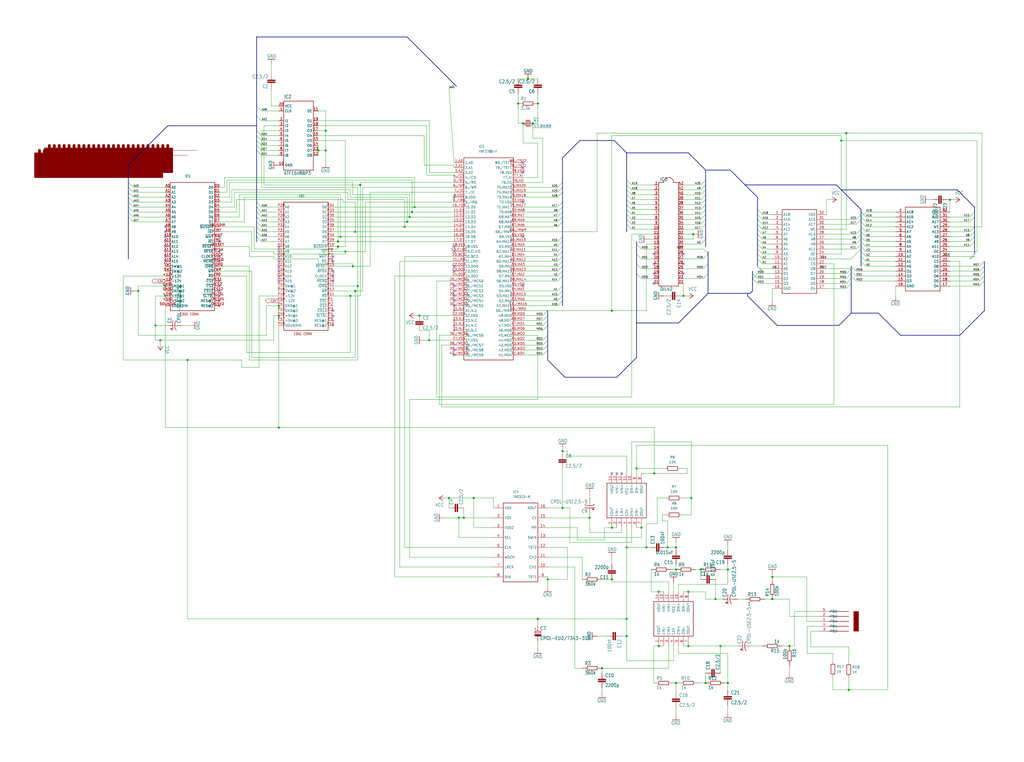
<source format=kicad_sch>
(kicad_sch (version 20211123) (generator eeschema)
  (paper "User" 527.126 392.582)
  (junction (at 368.3 308.61))
  (junction (at 314.96 298.45))
  (junction (at 143.51 220.218))
  (junction (at 209.55 114.3))
  (junction (at 322.58 318.77))
  (junction (at 355.854 256.54))
  (junction (at 143.51 157.48))
  (junction (at 143.51 162.56))
  (junction (at 175.26 121.92))
  (junction (at 354.33 332.74))
  (junction (at 303.53 266.7))
  (junction (at 167.64 77.47))
  (junction (at 271.78 40.64))
  (junction (at 332.74 281.94))
  (junction (at 213.36 106.68))
  (junction (at 289.56 261.62))
  (junction (at 397.51 297.18))
  (junction (at 370.84 332.74))
  (junction (at 181.61 137.16))
  (junction (at 177.8 129.54))
  (junction (at 436.88 355.346))
  (junction (at 276.86 53.34))
  (junction (at 322.58 327.66))
  (junction (at 343.662 281.94))
  (junction (at 231.14 256.54))
  (junction (at 488.95 102.87))
  (junction (at 347.98 293.37))
  (junction (at 173.99 124.46))
  (junction (at 351.79 152.4))
  (junction (at 322.58 281.94))
  (junction (at 185.42 95.25))
  (junction (at 309.88 344.17))
  (junction (at 236.22 266.7))
  (junction (at 339.09 304.8))
  (junction (at 374.65 351.79))
  (junction (at 167.64 67.31))
  (junction (at 212.09 109.22))
  (junction (at 281.94 298.45))
  (junction (at 182.88 119.38))
  (junction (at 180.34 152.4))
  (junction (at 336.804 243.84))
  (junction (at 347.98 281.94))
  (junction (at 71.12 149.86))
  (junction (at 354.33 304.8))
  (junction (at 269.24 63.5))
  (junction (at 80.01 167.64))
  (junction (at 220.98 175.26))
  (junction (at 374.65 293.37))
  (junction (at 356.87 120.65))
  (junction (at 173.99 127))
  (junction (at 85.09 147.32))
  (junction (at 96.52 185.42))
  (junction (at 238.76 266.7))
  (junction (at 406.4 332.74))
  (junction (at 210.82 111.76))
  (junction (at 163.83 77.47))
  (junction (at 363.22 351.79))
  (junction (at 289.56 232.41))
  (junction (at 330.2 271.78))
  (junction (at 314.96 271.78))
  (junction (at 433.07 72.39))
  (junction (at 266.7 53.34))
  (junction (at 327.66 241.3))
  (junction (at 435.61 68.58))
  (junction (at 82.55 175.26))
  (junction (at 347.98 351.79))
  (junction (at 215.9 162.56))
  (junction (at 208.28 116.84))
  (junction (at 339.09 332.74))
  (junction (at 276.86 318.77))
  (junction (at 397.51 308.61))
  (junction (at 274.32 63.5))
  (junction (at 243.84 256.54))
  (junction (at 314.96 160.02))
  (junction (at 184.15 147.32))
  (junction (at 85.09 152.4))
  (junction (at 360.68 293.37))
  (junction (at 182.88 149.86))
  (no_connect (at 113.03 152.4))
  (no_connect (at 113.03 149.86))
  (no_connect (at 113.03 147.32))
  (no_connect (at 113.03 144.78))
  (no_connect (at 85.09 134.62))
  (no_connect (at 113.03 129.54))
  (no_connect (at 113.03 132.08))
  (no_connect (at 113.03 134.62))
  (no_connect (at 113.03 124.46))
  (no_connect (at 113.03 121.92))
  (no_connect (at 351.79 135.89))
  (no_connect (at 351.79 130.81))
  (no_connect (at 351.79 140.97))
  (no_connect (at 336.55 146.05))
  (no_connect (at 336.55 140.97))
  (no_connect (at 336.55 135.89))
  (no_connect (at 336.55 130.81))
  (no_connect (at 233.68 139.7))
  (no_connect (at 233.68 137.16))
  (no_connect (at 233.68 129.54))
  (no_connect (at 233.68 127))
  (no_connect (at 233.68 101.6))
  (no_connect (at 269.24 147.32))
  (no_connect (at 233.68 182.88))
  (no_connect (at 233.68 149.86))
  (no_connect (at 233.68 147.32))
  (no_connect (at 233.68 157.48))
  (no_connect (at 233.68 154.94))
  (no_connect (at 233.68 152.4))
  (no_connect (at 233.68 180.34))
  (no_connect (at 269.24 104.14))
  (no_connect (at 269.24 121.92))
  (no_connect (at 269.24 83.82))
  (no_connect (at 269.24 86.36))
  (no_connect (at 269.24 88.9))
  (no_connect (at 320.04 243.84))
  (no_connect (at 317.5 243.84))
  (no_connect (at 314.96 243.84))
  (no_connect (at 85.09 132.08))
  (no_connect (at 85.09 129.54))
  (no_connect (at 85.09 127))
  (no_connect (at 85.09 124.46))
  (no_connect (at 85.09 119.38))
  (no_connect (at 85.09 121.92))
  (no_connect (at 85.09 116.84))
  (no_connect (at 171.45 162.814))
  (no_connect (at 171.45 160.02))
  (no_connect (at 171.45 132.08))
  (no_connect (at 143.51 134.62))
  (no_connect (at 143.51 129.54))
  (no_connect (at 143.51 127))
  (no_connect (at 143.51 132.08))
  (no_connect (at 143.51 144.78))
  (no_connect (at 143.51 142.24))
  (no_connect (at 143.51 139.7))
  (no_connect (at 143.51 137.16))
  (no_connect (at 171.45 142.24))
  (no_connect (at 171.45 134.62))
  (no_connect (at 171.45 139.7))
  (no_connect (at 171.45 144.78))
  (bus_entry (at 287.02 137.16) (size 2.54 -2.54))
  (bus_entry (at 287.02 152.4) (size 2.54 -2.54))
  (bus_entry (at 279.4 162.56) (size 2.54 -2.54))
  (bus_entry (at 392.43 130.81) (size -2.54 -2.54))
  (bus_entry (at 360.68 97.79) (size 2.54 -2.54))
  (bus_entry (at 392.43 110.49) (size -2.54 -2.54))
  (bus_entry (at 504.19 147.32) (size 2.54 -2.54))
  (bus_entry (at 392.43 123.19) (size -2.54 -2.54))
  (bus_entry (at 134.62 72.39) (size -2.54 -2.54))
  (bus_entry (at 360.68 102.87) (size 2.54 -2.54))
  (bus_entry (at 287.02 109.22) (size 2.54 -2.54))
  (bus_entry (at 435.61 146.05) (size 2.54 -2.54))
  (bus_entry (at 134.62 74.93) (size -2.54 -2.54))
  (bus_entry (at 392.43 118.11) (size -2.54 -2.54))
  (bus_entry (at 134.62 124.46) (size -2.54 -2.54))
  (bus_entry (at 134.62 109.22) (size -2.54 -2.54))
  (bus_entry (at 68.58 96.52) (size -2.54 -2.54))
  (bus_entry (at 445.77 127) (size -2.54 -2.54))
  (bus_entry (at 325.12 95.25) (size -2.54 -2.54))
  (bus_entry (at 287.02 134.62) (size 2.54 -2.54))
  (bus_entry (at 287.02 111.76) (size 2.54 -2.54))
  (bus_entry (at 361.95 138.43) (size 2.54 -2.54))
  (bus_entry (at 445.77 111.76) (size -2.54 -2.54))
  (bus_entry (at 499.11 127) (size 2.54 -2.54))
  (bus_entry (at 325.12 115.57) (size -2.54 -2.54))
  (bus_entry (at 440.69 123.19) (size 2.54 -2.54))
  (bus_entry (at 287.02 99.06) (size 2.54 -2.54))
  (bus_entry (at 287.02 149.86) (size 2.54 -2.54))
  (bus_entry (at 279.4 177.8) (size 2.54 -2.54))
  (bus_entry (at 392.43 120.65) (size -2.54 -2.54))
  (bus_entry (at 499.11 124.46) (size 2.54 -2.54))
  (bus_entry (at 499.11 114.3) (size 2.54 -2.54))
  (bus_entry (at 445.77 129.54) (size -2.54 -2.54))
  (bus_entry (at 392.43 133.35) (size -2.54 -2.54))
  (bus_entry (at 134.62 111.76) (size -2.54 -2.54))
  (bus_entry (at 360.68 110.49) (size 2.54 -2.54))
  (bus_entry (at 134.62 121.92) (size -2.54 -2.54))
  (bus_entry (at 440.69 115.57) (size 2.54 -2.54))
  (bus_entry (at 445.77 119.38) (size -2.54 -2.54))
  (bus_entry (at 68.58 104.14) (size -2.54 -2.54))
  (bus_entry (at 279.4 180.34) (size 2.54 -2.54))
  (bus_entry (at 68.58 99.06) (size -2.54 -2.54))
  (bus_entry (at 445.77 121.92) (size -2.54 -2.54))
  (bus_entry (at 134.62 80.01) (size -2.54 -2.54))
  (bus_entry (at 392.43 125.73) (size -2.54 -2.54))
  (bus_entry (at 287.02 142.24) (size 2.54 -2.54))
  (bus_entry (at 279.4 167.64) (size 2.54 -2.54))
  (bus_entry (at 287.02 154.94) (size 2.54 -2.54))
  (bus_entry (at 231.14 45.72) (size 2.54 -2.54))
  (bus_entry (at 504.19 144.78) (size 2.54 -2.54))
  (bus_entry (at 361.95 128.27) (size 2.54 2.54))
  (bus_entry (at 392.43 115.57) (size -2.54 -2.54))
  (bus_entry (at 325.12 118.11) (size -2.54 -2.54))
  (bus_entry (at 445.77 116.84) (size -2.54 -2.54))
  (bus_entry (at 361.95 133.35) (size 2.54 -2.54))
  (bus_entry (at 440.69 113.03) (size 2.54 -2.54))
  (bus_entry (at 499.11 121.92) (size 2.54 -2.54))
  (bus_entry (at 440.69 144.78) (size -2.54 -2.54))
  (bus_entry (at 435.61 143.51) (size 2.54 -2.54))
  (bus_entry (at 325.12 100.33) (size -2.54 -2.54))
  (bus_entry (at 68.58 111.76) (size -2.54 -2.54))
  (bus_entry (at 440.69 128.27) (size 2.54 -2.54))
  (bus_entry (at 389.89 140.97) (size -2.54 2.54))
  (bus_entry (at 440.69 125.73) (size 2.54 -2.54))
  (bus_entry (at 68.58 101.6) (size -2.54 -2.54))
  (bus_entry (at 504.19 139.7) (size 2.54 -2.54))
  (bus_entry (at 440.69 120.65) (size 2.54 -2.54))
  (bus_entry (at 287.02 124.46) (size 2.54 -2.54))
  (bus_entry (at 445.77 124.46) (size -2.54 -2.54))
  (bus_entry (at 134.62 114.3) (size -2.54 -2.54))
  (bus_entry (at 134.62 69.85) (size -2.54 -2.54))
  (bus_entry (at 134.62 116.84) (size -2.54 -2.54))
  (bus_entry (at 389.89 146.05) (size -2.54 -2.54))
  (bus_entry (at 392.43 139.7) (size -2.54 -2.54))
  (bus_entry (at 325.12 97.79) (size -2.54 -2.54))
  (bus_entry (at 504.19 137.16) (size 2.54 -2.54))
  (bus_entry (at 134.62 62.23) (size -2.54 -2.54))
  (bus_entry (at 287.02 96.52) (size 2.54 -2.54))
  (bus_entry (at 445.77 137.16) (size -2.54 -2.54))
  (bus_entry (at 287.02 106.68) (size 2.54 -2.54))
  (bus_entry (at 392.43 113.03) (size -2.54 -2.54))
  (bus_entry (at 330.2 133.35) (size -2.54 -2.54))
  (bus_entry (at 287.02 101.6) (size 2.54 -2.54))
  (bus_entry (at 68.58 114.3) (size -2.54 -2.54))
  (bus_entry (at 445.77 109.22) (size -2.54 2.54))
  (bus_entry (at 287.02 132.08) (size 2.54 -2.54))
  (bus_entry (at 360.68 95.25) (size 2.54 -2.54))
  (bus_entry (at 330.2 128.27) (size -2.54 -2.54))
  (bus_entry (at 134.62 77.47) (size -2.54 -2.54))
  (bus_entry (at 360.68 100.33) (size 2.54 -2.54))
  (bus_entry (at 360.68 105.41) (size 2.54 -2.54))
  (bus_entry (at 360.68 118.11) (size 2.54 -2.54))
  (bus_entry (at 330.2 143.51) (size -2.54 -2.54))
  (bus_entry (at 330.2 138.43) (size -2.54 -2.54))
  (bus_entry (at 499.11 133.35) (size 2.54 -2.54))
  (bus_entry (at 325.12 110.49) (size -2.54 -2.54))
  (bus_entry (at 445.77 132.08) (size -2.54 -2.54))
  (bus_entry (at 360.68 113.03) (size 2.54 -2.54))
  (bus_entry (at 440.69 142.24) (size -2.54 -2.54))
  (bus_entry (at 279.4 165.1) (size 2.54 -2.54))
  (bus_entry (at 287.02 139.7) (size 2.54 -2.54))
  (bus_entry (at 435.61 148.59) (size 2.54 -2.54))
  (bus_entry (at 360.68 107.95) (size 2.54 -2.54))
  (bus_entry (at 287.02 157.48) (size 2.54 -2.54))
  (bus_entry (at 445.77 134.62) (size -2.54 -2.54))
  (bus_entry (at 360.68 125.73) (size 2.54 -2.54))
  (bus_entry (at 389.89 143.51) (size -2.54 -2.54))
  (bus_entry (at 499.11 111.76) (size 2.54 -2.54))
  (bus_entry (at 325.12 113.03) (size -2.54 -2.54))
  (bus_entry (at 134.62 119.38) (size -2.54 -2.54))
  (bus_entry (at 325.12 102.87) (size -2.54 -2.54))
  (bus_entry (at 325.12 105.41) (size -2.54 -2.54))
  (bus_entry (at 440.69 130.81) (size 2.54 -2.54))
  (bus_entry (at 360.68 115.57) (size 2.54 -2.54))
  (bus_entry (at 445.77 114.3) (size -2.54 -2.54))
  (bus_entry (at 279.4 175.26) (size 2.54 -2.54))
  (bus_entry (at 287.02 127) (size 2.54 -2.54))
  (bus_entry (at 287.02 116.84) (size 2.54 -2.54))
  (bus_entry (at 392.43 128.27) (size -2.54 -2.54))
  (bus_entry (at 325.12 107.95) (size -2.54 -2.54))
  (bus_entry (at 68.58 106.68) (size -2.54 -2.54))
  (bus_entry (at 504.19 142.24) (size 2.54 -2.54))
  (bus_entry (at 279.4 182.88) (size 2.54 -2.54))
  (bus_entry (at 361.95 143.51) (size 2.54 -2.54))
  (bus_entry (at 279.4 170.18) (size 2.54 -2.54))
  (bus_entry (at 287.02 129.54) (size 2.54 -2.54))
  (bus_entry (at 134.62 57.15) (size -2.54 -2.54))
  (bus_entry (at 68.58 109.22) (size -2.54 -2.54))
  (bus_entry (at 499.11 119.38) (size 2.54 -2.54))
  (bus_entry (at 287.02 114.3) (size 2.54 -2.54))
  (bus_entry (at 134.62 106.68) (size -2.54 -2.54))
  (bus_entry (at 435.61 140.97) (size 2.54 -2.54))
  (bus_entry (at 392.43 135.89) (size -2.54 -2.54))
  (bus_entry (at 287.02 144.78) (size 2.54 -2.54))
  (bus_entry (at 440.69 139.7) (size -2.54 -2.54))
  (wire (pts (xy 233.68 119.38) (xy 182.88 119.38)))
  (wire (pts (xy 269.24 154.94) (xy 287.02 154.94)))
  (wire (pts (xy 345.44 293.37) (xy 347.98 293.37)))
  (wire (pts (xy 215.9 170.18) (xy 220.98 170.18)))
  (bus (pts (xy 289.56 157.48) (xy 289.56 154.94)))
  (wire (pts (xy 327.66 271.78) (xy 330.2 271.78)))
  (bus (pts (xy 209.55 19.05) (xy 233.68 43.18)))
  (wire (pts (xy 143.51 162.56) (xy 143.51 165.1)))
  (wire (pts (xy 269.24 142.24) (xy 287.02 142.24)))
  (wire (pts (xy 243.84 271.78) (xy 243.84 256.54)))
  (wire (pts (xy 233.68 124.46) (xy 173.99 124.46)))
  (bus (pts (xy 289.56 124.46) (xy 289.56 121.92)))
  (wire (pts (xy 281.94 160.02) (xy 314.96 160.02)))
  (bus (pts (xy 289.56 96.52) (xy 289.56 93.98)))
  (wire (pts (xy 212.09 109.22) (xy 171.45 109.22)))
  (bus (pts (xy 501.65 111.76) (xy 501.65 116.84)))
  (wire (pts (xy 368.3 308.61) (xy 372.11 308.61)))
  (bus (pts (xy 66.04 109.22) (xy 66.04 111.76)))
  (wire (pts (xy 303.53 254) (xy 303.53 256.54)))
  (wire (pts (xy 343.662 281.94) (xy 347.98 281.94)))
  (wire (pts (xy 233.68 162.56) (xy 215.9 162.56)))
  (wire (pts (xy 269.24 137.16) (xy 287.02 137.16)))
  (wire (pts (xy 322.58 327.66) (xy 322.58 340.36)))
  (wire (pts (xy 351.79 107.95) (xy 360.68 107.95)))
  (wire (pts (xy 115.57 91.44) (xy 213.36 91.44)))
  (bus (pts (xy 438.15 138.43) (xy 438.15 137.16)))
  (wire (pts (xy 281.94 281.94) (xy 292.1 281.94)))
  (wire (pts (xy 167.64 83.82) (xy 167.64 77.47)))
  (wire (pts (xy 297.18 278.13) (xy 297.18 271.78)))
  (wire (pts (xy 231.14 256.54) (xy 243.84 256.54)))
  (wire (pts (xy 336.55 128.27) (xy 330.2 128.27)))
  (wire (pts (xy 281.94 261.62) (xy 289.56 261.62)))
  (wire (pts (xy 343.662 281.94) (xy 343.662 268.224)))
  (wire (pts (xy 171.45 116.84) (xy 208.28 116.84)))
  (wire (pts (xy 397.51 308.61) (xy 406.4 308.61)))
  (wire (pts (xy 226.06 172.72) (xy 226.06 208.28)))
  (wire (pts (xy 397.51 110.49) (xy 392.43 110.49)))
  (wire (pts (xy 143.51 74.93) (xy 134.62 74.93)))
  (wire (pts (xy 113.03 106.68) (xy 120.65 106.68)))
  (wire (pts (xy 269.24 182.88) (xy 279.4 182.88)))
  (bus (pts (xy 66.04 111.76) (xy 66.04 133.35)))
  (wire (pts (xy 425.45 115.57) (xy 440.69 115.57)))
  (wire (pts (xy 190.5 99.06) (xy 233.68 99.06)))
  (wire (pts (xy 266.7 40.64) (xy 271.78 40.64)))
  (wire (pts (xy 186.69 96.52) (xy 233.68 96.52)))
  (wire (pts (xy 325.12 243.84) (xy 325.12 227.584)))
  (wire (pts (xy 269.24 93.98) (xy 279.4 93.98)))
  (wire (pts (xy 171.45 152.4) (xy 180.34 152.4)))
  (wire (pts (xy 185.42 152.4) (xy 185.42 95.25)))
  (wire (pts (xy 327.66 243.84) (xy 327.66 241.3)))
  (wire (pts (xy 330.2 271.78) (xy 330.2 276.86)))
  (wire (pts (xy 220.98 175.26) (xy 218.44 175.26)))
  (wire (pts (xy 370.84 346.71) (xy 370.84 332.74)))
  (wire (pts (xy 205.74 134.62) (xy 205.74 292.1)))
  (wire (pts (xy 309.88 298.45) (xy 314.96 298.45)))
  (bus (pts (xy 364.49 151.13) (xy 384.81 151.13)))
  (wire (pts (xy 417.322 325.12) (xy 417.322 333.248)))
  (bus (pts (xy 363.22 123.19) (xy 363.22 127)))
  (wire (pts (xy 279.4 93.98) (xy 279.4 71.12)))
  (wire (pts (xy 309.88 344.17) (xy 309.88 346.71)))
  (wire (pts (xy 295.91 344.17) (xy 299.72 344.17)))
  (bus (pts (xy 132.08 106.68) (xy 132.08 104.14)))
  (wire (pts (xy 82.55 175.26) (xy 140.97 175.26)))
  (wire (pts (xy 113.03 137.16) (xy 128.27 137.16)))
  (bus (pts (xy 322.58 97.79) (xy 322.58 100.33)))
  (wire (pts (xy 180.34 101.6) (xy 209.55 101.6)))
  (wire (pts (xy 336.55 97.79) (xy 325.12 97.79)))
  (wire (pts (xy 336.804 243.84) (xy 353.822 243.84)))
  (wire (pts (xy 163.83 62.23) (xy 220.98 62.23)))
  (wire (pts (xy 322.58 318.77) (xy 322.58 327.66)))
  (bus (pts (xy 494.03 172.72) (xy 506.73 160.02)))
  (wire (pts (xy 113.03 101.6) (xy 118.11 101.6)))
  (wire (pts (xy 63.5 142.24) (xy 63.5 185.42)))
  (wire (pts (xy 281.94 266.7) (xy 303.53 266.7)))
  (wire (pts (xy 134.62 77.47) (xy 134.62 74.93)))
  (wire (pts (xy 351.79 138.43) (xy 361.95 138.43)))
  (wire (pts (xy 281.94 287.02) (xy 299.72 287.02)))
  (wire (pts (xy 219.71 64.77) (xy 219.71 90.17)))
  (bus (pts (xy 327.66 140.97) (xy 327.66 135.89)))
  (wire (pts (xy 488.95 147.32) (xy 504.19 147.32)))
  (wire (pts (xy 269.24 91.44) (xy 276.86 91.44)))
  (wire (pts (xy 353.822 241.3) (xy 350.012 241.3)))
  (wire (pts (xy 347.98 283.21) (xy 347.98 281.94)))
  (wire (pts (xy 143.51 121.92) (xy 134.62 121.92)))
  (wire (pts (xy 143.51 119.38) (xy 134.62 119.38)))
  (wire (pts (xy 113.03 116.84) (xy 130.81 116.84)))
  (wire (pts (xy 116.84 92.71) (xy 212.09 92.71)))
  (wire (pts (xy 334.772 281.94) (xy 332.74 281.94)))
  (bus (pts (xy 384.81 151.13) (xy 384.81 152.4)))
  (wire (pts (xy 171.45 121.92) (xy 175.26 121.92)))
  (bus (pts (xy 506.73 144.78) (xy 506.73 142.24)))
  (bus (pts (xy 430.53 95.25) (xy 433.07 97.79)))
  (bus (pts (xy 281.94 180.34) (xy 281.94 185.42)))
  (wire (pts (xy 269.24 119.38) (xy 307.34 119.38)))
  (bus (pts (xy 233.68 43.18) (xy 234.95 44.45)))
  (wire (pts (xy 85.09 147.32) (xy 85.09 149.86)))
  (bus (pts (xy 501.65 124.46) (xy 501.65 130.81)))
  (wire (pts (xy 461.01 144.78) (xy 440.69 144.78)))
  (wire (pts (xy 351.79 125.73) (xy 360.68 125.73)))
  (bus (pts (xy 66.04 99.06) (xy 66.04 101.6)))
  (wire (pts (xy 63.5 185.42) (xy 96.52 185.42)))
  (wire (pts (xy 213.36 91.44) (xy 213.36 106.68)))
  (wire (pts (xy 171.45 137.16) (xy 181.61 137.16)))
  (wire (pts (xy 130.81 116.84) (xy 130.81 128.27)))
  (bus (pts (xy 327.66 166.37) (xy 349.25 166.37)))
  (wire (pts (xy 269.24 109.22) (xy 287.02 109.22)))
  (wire (pts (xy 71.12 147.32) (xy 71.12 149.86)))
  (wire (pts (xy 71.12 172.72) (xy 137.16 172.72)))
  (wire (pts (xy 325.12 279.4) (xy 293.37 279.4)))
  (wire (pts (xy 276.86 73.66) (xy 269.24 73.66)))
  (wire (pts (xy 397.51 298.45) (xy 397.51 297.18)))
  (wire (pts (xy 276.86 318.77) (xy 96.52 318.77)))
  (wire (pts (xy 113.03 104.14) (xy 119.38 104.14)))
  (wire (pts (xy 113.03 99.06) (xy 116.84 99.06)))
  (bus (pts (xy 364.49 135.89) (xy 364.49 130.81)))
  (wire (pts (xy 346.71 351.79) (xy 347.98 351.79)))
  (wire (pts (xy 269.24 96.52) (xy 287.02 96.52)))
  (bus (pts (xy 281.94 175.26) (xy 281.94 177.8)))
  (wire (pts (xy 488.95 142.24) (xy 504.19 142.24)))
  (wire (pts (xy 231.14 261.62) (xy 231.14 256.54)))
  (wire (pts (xy 129.54 184.15) (xy 182.88 184.15)))
  (wire (pts (xy 163.83 80.01) (xy 163.83 77.47)))
  (wire (pts (xy 347.98 364.49) (xy 347.98 368.3)))
  (wire (pts (xy 281.94 292.1) (xy 295.91 292.1)))
  (wire (pts (xy 181.61 93.98) (xy 181.61 100.33)))
  (wire (pts (xy 488.95 116.84) (xy 501.65 116.84)))
  (wire (pts (xy 140.97 133.35) (xy 163.83 133.35)))
  (bus (pts (xy 501.65 109.22) (xy 501.65 111.76)))
  (wire (pts (xy 351.79 143.51) (xy 361.95 143.51)))
  (wire (pts (xy 351.79 95.25) (xy 360.68 95.25)))
  (wire (pts (xy 269.24 134.62) (xy 287.02 134.62)))
  (wire (pts (xy 355.854 227.584) (xy 355.854 256.54)))
  (wire (pts (xy 71.12 149.86) (xy 71.12 172.72)))
  (bus (pts (xy 322.58 115.57) (xy 322.58 119.38)))
  (wire (pts (xy 436.88 355.346) (xy 456.946 355.346)))
  (bus (pts (xy 363.22 105.41) (xy 363.22 107.95)))
  (wire (pts (xy 181.61 100.33) (xy 210.82 100.33)))
  (wire (pts (xy 336.55 100.33) (xy 325.12 100.33)))
  (wire (pts (xy 129.54 119.38) (xy 129.54 129.54)))
  (wire (pts (xy 171.45 106.68) (xy 213.36 106.68)))
  (wire (pts (xy 314.96 160.02) (xy 314.96 69.85)))
  (wire (pts (xy 123.19 111.76) (xy 123.19 100.33)))
  (wire (pts (xy 233.68 109.22) (xy 212.09 109.22)))
  (bus (pts (xy 463.55 172.72) (xy 494.03 172.72)))
  (wire (pts (xy 344.17 304.8) (xy 344.17 299.72)))
  (bus (pts (xy 387.35 143.51) (xy 387.35 140.97)))
  (wire (pts (xy 233.68 90.17) (xy 233.68 91.44)))
  (wire (pts (xy 363.22 308.61) (xy 368.3 308.61)))
  (wire (pts (xy 297.18 278.13) (xy 311.15 278.13)))
  (wire (pts (xy 179.07 102.87) (xy 208.28 102.87)))
  (wire (pts (xy 233.68 85.09) (xy 233.68 86.36)))
  (wire (pts (xy 182.88 104.14) (xy 182.88 119.38)))
  (wire (pts (xy 340.868 265.176) (xy 343.154 265.176)))
  (wire (pts (xy 314.96 160.02) (xy 332.74 160.02)))
  (bus (pts (xy 386.08 151.13) (xy 387.35 149.86)))
  (wire (pts (xy 137.16 172.72) (xy 137.16 157.48)))
  (wire (pts (xy 374.65 293.37) (xy 374.65 290.83)))
  (wire (pts (xy 208.28 281.94) (xy 254 281.94)))
  (wire (pts (xy 269.24 170.18) (xy 279.4 170.18)))
  (wire (pts (xy 269.24 152.4) (xy 287.02 152.4)))
  (wire (pts (xy 359.41 351.79) (xy 363.22 351.79)))
  (bus (pts (xy 501.65 119.38) (xy 501.65 121.92)))
  (wire (pts (xy 325.12 204.47) (xy 325.12 120.65)))
  (wire (pts (xy 374.65 336.55) (xy 374.65 351.79)))
  (bus (pts (xy 281.94 165.1) (xy 281.94 167.64)))
  (wire (pts (xy 143.51 147.32) (xy 143.51 149.86)))
  (wire (pts (xy 417.322 333.248) (xy 436.88 333.248)))
  (wire (pts (xy 322.58 281.94) (xy 322.58 318.77)))
  (wire (pts (xy 143.51 62.23) (xy 134.62 62.23)))
  (wire (pts (xy 233.68 114.3) (xy 209.55 114.3)))
  (wire (pts (xy 421.64 314.96) (xy 408.94 314.96)))
  (bus (pts (xy 443.23 128.27) (xy 443.23 129.54)))
  (wire (pts (xy 336.55 105.41) (xy 325.12 105.41)))
  (wire (pts (xy 269.24 101.6) (xy 287.02 101.6)))
  (bus (pts (xy 443.23 129.54) (xy 443.23 132.08)))
  (bus (pts (xy 363.22 95.25) (xy 363.22 97.79)))
  (wire (pts (xy 185.42 93.98) (xy 185.42 95.25)))
  (wire (pts (xy 175.26 121.92) (xy 233.68 121.92)))
  (wire (pts (xy 368.3 298.45) (xy 368.3 308.61)))
  (wire (pts (xy 85.09 109.22) (xy 68.58 109.22)))
  (wire (pts (xy 336.55 115.57) (xy 325.12 115.57)))
  (bus (pts (xy 322.58 78.74) (xy 322.58 92.71)))
  (wire (pts (xy 113.03 119.38) (xy 129.54 119.38)))
  (wire (pts (xy 190.5 137.16) (xy 190.5 99.06)))
  (wire (pts (xy 320.04 327.66) (xy 322.58 327.66)))
  (wire (pts (xy 307.34 68.58) (xy 435.61 68.58)))
  (bus (pts (xy 132.08 119.38) (xy 132.08 116.84)))
  (wire (pts (xy 461.01 142.24) (xy 440.69 142.24)))
  (wire (pts (xy 113.03 127) (xy 128.27 127)))
  (bus (pts (xy 438.15 161.29) (xy 452.12 161.29)))
  (wire (pts (xy 314.96 69.85) (xy 433.07 69.85)))
  (wire (pts (xy 276.86 40.64) (xy 271.78 40.64)))
  (wire (pts (xy 140.97 132.08) (xy 140.97 133.35)))
  (wire (pts (xy 461.01 121.92) (xy 445.77 121.92)))
  (wire (pts (xy 332.74 281.94) (xy 332.74 269.748)))
  (wire (pts (xy 184.15 147.32) (xy 184.15 96.52)))
  (wire (pts (xy 351.79 133.35) (xy 361.95 133.35)))
  (bus (pts (xy 389.89 120.65) (xy 389.89 123.19)))
  (wire (pts (xy 311.15 271.78) (xy 314.96 271.78)))
  (bus (pts (xy 132.08 59.69) (xy 132.08 54.61)))
  (wire (pts (xy 269.24 144.78) (xy 287.02 144.78)))
  (wire (pts (xy 314.96 290.83) (xy 314.96 287.02)))
  (bus (pts (xy 289.56 129.54) (xy 289.56 127)))
  (wire (pts (xy 480.06 102.87) (xy 478.79 102.87)))
  (wire (pts (xy 461.01 139.7) (xy 440.69 139.7)))
  (wire (pts (xy 269.24 73.66) (xy 269.24 63.5)))
  (wire (pts (xy 425.45 128.27) (xy 440.69 128.27)))
  (bus (pts (xy 66.04 85.09) (xy 66.04 93.98)))
  (bus (pts (xy 66.04 106.68) (xy 66.04 109.22)))
  (wire (pts (xy 175.26 100.33) (xy 175.26 121.92)))
  (wire (pts (xy 309.88 356.87) (xy 309.88 354.33)))
  (wire (pts (xy 182.88 184.15) (xy 182.88 149.86)))
  (bus (pts (xy 383.54 95.25) (xy 389.89 101.6)))
  (wire (pts (xy 219.71 90.17) (xy 233.68 90.17)))
  (wire (pts (xy 374.65 363.22) (xy 374.65 367.03)))
  (bus (pts (xy 327.66 166.37) (xy 327.66 140.97)))
  (wire (pts (xy 349.25 300.99) (xy 374.65 300.99)))
  (bus (pts (xy 322.58 92.71) (xy 322.58 95.25)))
  (wire (pts (xy 397.51 115.57) (xy 392.43 115.57)))
  (wire (pts (xy 212.09 92.71) (xy 212.09 109.22)))
  (wire (pts (xy 163.83 74.93) (xy 163.83 77.47)))
  (wire (pts (xy 269.24 149.86) (xy 287.02 149.86)))
  (wire (pts (xy 218.44 69.85) (xy 218.44 85.09)))
  (wire (pts (xy 167.64 77.47) (xy 163.83 77.47)))
  (wire (pts (xy 307.34 119.38) (xy 307.34 68.58)))
  (wire (pts (xy 276.86 334.01) (xy 276.86 330.2)))
  (wire (pts (xy 269.24 63.5) (xy 266.7 63.5)))
  (bus (pts (xy 389.89 130.81) (xy 389.89 133.35)))
  (bus (pts (xy 281.94 160.02) (xy 281.94 162.56)))
  (wire (pts (xy 341.63 332.74) (xy 339.09 332.74)))
  (wire (pts (xy 120.65 106.68) (xy 120.65 99.06)))
  (wire (pts (xy 425.45 125.73) (xy 440.69 125.73)))
  (wire (pts (xy 429.26 208.28) (xy 429.26 135.89)))
  (bus (pts (xy 438.15 146.05) (xy 438.15 143.51)))
  (wire (pts (xy 233.68 177.8) (xy 227.33 177.8)))
  (bus (pts (xy 363.22 92.71) (xy 363.22 95.25)))
  (wire (pts (xy 336.804 220.218) (xy 336.804 243.84)))
  (wire (pts (xy 397.51 143.51) (xy 389.89 143.51)))
  (wire (pts (xy 209.55 101.6) (xy 209.55 114.3)))
  (wire (pts (xy 342.392 281.94) (xy 343.662 281.94)))
  (wire (pts (xy 402.59 332.74) (xy 406.4 332.74)))
  (wire (pts (xy 461.01 109.22) (xy 445.77 109.22)))
  (wire (pts (xy 415.29 320.04) (xy 415.29 297.18)))
  (wire (pts (xy 415.544 322.58) (xy 415.544 336.55)))
  (bus (pts (xy 66.04 93.98) (xy 66.04 96.52)))
  (wire (pts (xy 143.51 124.46) (xy 134.62 124.46)))
  (wire (pts (xy 143.51 77.47) (xy 134.62 77.47)))
  (wire (pts (xy 125.73 114.3) (xy 125.73 101.6)))
  (bus (pts (xy 66.04 96.52) (xy 66.04 99.06)))
  (bus (pts (xy 389.89 110.49) (xy 389.89 113.03)))
  (wire (pts (xy 269.24 129.54) (xy 287.02 129.54)))
  (wire (pts (xy 80.01 175.26) (xy 82.55 175.26)))
  (bus (pts (xy 433.07 97.79) (xy 443.23 107.95)))
  (wire (pts (xy 336.55 133.35) (xy 330.2 133.35)))
  (wire (pts (xy 208.28 116.84) (xy 233.68 116.84)))
  (wire (pts (xy 215.9 162.56) (xy 213.36 162.56)))
  (bus (pts (xy 438.15 161.29) (xy 438.15 146.05)))
  (wire (pts (xy 425.45 120.65) (xy 440.69 120.65)))
  (wire (pts (xy 140.97 130.81) (xy 177.8 130.81)))
  (wire (pts (xy 119.38 97.79) (xy 180.34 97.79)))
  (wire (pts (xy 336.55 143.51) (xy 330.2 143.51)))
  (wire (pts (xy 224.79 204.47) (xy 325.12 204.47)))
  (wire (pts (xy 461.01 127) (xy 445.77 127)))
  (bus (pts (xy 443.23 134.62) (xy 443.23 137.16)))
  (wire (pts (xy 171.45 149.86) (xy 182.88 149.86)))
  (wire (pts (xy 391.16 138.43) (xy 392.43 139.7)))
  (wire (pts (xy 425.45 146.05) (xy 435.61 146.05)))
  (wire (pts (xy 203.2 142.24) (xy 203.2 297.18)))
  (wire (pts (xy 269.24 172.72) (xy 276.86 172.72)))
  (bus (pts (xy 316.23 72.39) (xy 322.58 78.74)))
  (wire (pts (xy 96.52 318.77) (xy 96.52 185.42)))
  (wire (pts (xy 322.58 340.36) (xy 346.71 340.36)))
  (bus (pts (xy 501.65 116.84) (xy 501.65 119.38)))
  (wire (pts (xy 85.09 137.16) (xy 85.09 139.7)))
  (wire (pts (xy 406.4 308.61) (xy 406.4 317.5)))
  (bus (pts (xy 132.08 104.14) (xy 132.08 77.47)))
  (wire (pts (xy 461.01 137.16) (xy 445.77 137.16)))
  (bus (pts (xy 443.23 125.73) (xy 443.23 127)))
  (wire (pts (xy 116.84 99.06) (xy 116.84 92.71)))
  (wire (pts (xy 85.09 142.24) (xy 63.5 142.24)))
  (wire (pts (xy 113.03 139.7) (xy 129.54 139.7)))
  (bus (pts (xy 443.23 118.11) (xy 443.23 119.38)))
  (wire (pts (xy 351.79 120.65) (xy 356.87 120.65)))
  (wire (pts (xy 289.56 233.68) (xy 289.56 232.41)))
  (wire (pts (xy 85.09 220.218) (xy 143.51 220.218)))
  (bus (pts (xy 322.58 102.87) (xy 322.58 105.41)))
  (bus (pts (xy 383.54 95.25) (xy 430.53 95.25)))
  (bus (pts (xy 389.89 123.19) (xy 389.89 125.73)))
  (bus (pts (xy 492.76 97.79) (xy 501.65 106.68)))
  (wire (pts (xy 488.95 124.46) (xy 499.11 124.46)))
  (wire (pts (xy 124.46 185.42) (xy 124.46 189.23)))
  (wire (pts (xy 254 271.78) (xy 243.84 271.78)))
  (wire (pts (xy 363.22 304.8) (xy 363.22 308.61)))
  (wire (pts (xy 80.01 152.4) (xy 80.01 167.64)))
  (wire (pts (xy 129.54 139.7) (xy 129.54 184.15)))
  (wire (pts (xy 276.86 63.5) (xy 276.86 53.34)))
  (wire (pts (xy 163.83 57.15) (xy 167.64 57.15)))
  (wire (pts (xy 425.45 138.43) (xy 438.15 138.43)))
  (wire (pts (xy 269.24 99.06) (xy 287.02 99.06)))
  (wire (pts (xy 80.01 167.64) (xy 80.01 175.26)))
  (wire (pts (xy 351.79 100.33) (xy 360.68 100.33)))
  (wire (pts (xy 115.57 96.52) (xy 115.57 91.44)))
  (wire (pts (xy 139.7 45.72) (xy 139.7 54.61)))
  (wire (pts (xy 341.63 152.4) (xy 342.9 152.4)))
  (bus (pts (xy 132.08 19.05) (xy 209.55 19.05)))
  (wire (pts (xy 121.92 109.22) (xy 121.92 102.87)))
  (bus (pts (xy 506.73 142.24) (xy 506.73 139.7)))
  (wire (pts (xy 233.68 172.72) (xy 226.06 172.72)))
  (wire (pts (xy 134.62 96.52) (xy 134.62 80.01)))
  (wire (pts (xy 488.95 129.54) (xy 502.92 129.54)))
  (wire (pts (xy 336.55 332.74) (xy 339.09 332.74)))
  (wire (pts (xy 397.51 120.65) (xy 392.43 120.65)))
  (wire (pts (xy 336.55 123.19) (xy 334.01 123.19)))
  (wire (pts (xy 415.544 336.55) (xy 428.752 336.55)))
  (wire (pts (xy 488.95 111.76) (xy 499.11 111.76)))
  (wire (pts (xy 276.86 205.74) (xy 210.82 205.74)))
  (bus (pts (xy 289.56 104.14) (xy 289.56 99.06)))
  (bus (pts (xy 349.25 166.37) (xy 364.49 151.13)))
  (bus (pts (xy 322.58 107.95) (xy 322.58 110.49)))
  (wire (pts (xy 163.83 135.89) (xy 181.61 135.89)))
  (wire (pts (xy 133.35 189.23) (xy 133.35 152.4)))
  (wire (pts (xy 184.15 185.42) (xy 184.15 147.32)))
  (wire (pts (xy 254 256.54) (xy 254 261.62)))
  (wire (pts (xy 397.51 135.89) (xy 392.43 135.89)))
  (wire (pts (xy 210.82 205.74) (xy 210.82 287.02)))
  (bus (pts (xy 289.56 154.94) (xy 289.56 152.4)))
  (bus (pts (xy 132.08 72.39) (xy 132.08 69.85)))
  (wire (pts (xy 461.01 116.84) (xy 445.77 116.84)))
  (wire (pts (xy 186.69 149.86) (xy 186.69 96.52)))
  (wire (pts (xy 269.24 180.34) (xy 279.4 180.34)))
  (wire (pts (xy 85.09 157.48) (xy 85.09 220.218)))
  (wire (pts (xy 182.88 149.86) (xy 186.69 149.86)))
  (wire (pts (xy 374.65 351.79) (xy 374.65 355.6)))
  (wire (pts (xy 336.55 138.43) (xy 330.2 138.43)))
  (wire (pts (xy 488.95 121.92) (xy 499.11 121.92)))
  (bus (pts (xy 384.81 152.4) (xy 400.05 167.64)))
  (wire (pts (xy 433.07 72.39) (xy 433.07 130.81)))
  (bus (pts (xy 289.56 149.86) (xy 289.56 147.32)))
  (wire (pts (xy 292.1 281.94) (xy 292.1 298.45)))
  (bus (pts (xy 86.36 64.77) (xy 66.04 85.09)))
  (bus (pts (xy 389.89 113.03) (xy 389.89 115.57)))
  (wire (pts (xy 139.7 54.61) (xy 143.51 54.61)))
  (wire (pts (xy 351.79 128.27) (xy 361.95 128.27)))
  (wire (pts (xy 134.62 80.01) (xy 134.62 77.47)))
  (wire (pts (xy 176.53 104.14) (xy 182.88 104.14)))
  (bus (pts (xy 443.23 124.46) (xy 443.23 125.73)))
  (wire (pts (xy 269.24 116.84) (xy 287.02 116.84)))
  (wire (pts (xy 325.12 279.4) (xy 325.12 271.78)))
  (wire (pts (xy 173.99 124.46) (xy 171.45 124.46)))
  (wire (pts (xy 351.79 152.4) (xy 354.33 152.4)))
  (wire (pts (xy 330.2 243.84) (xy 336.804 243.84)))
  (wire (pts (xy 351.79 105.41) (xy 360.68 105.41)))
  (wire (pts (xy 435.61 118.11) (xy 425.45 118.11)))
  (bus (pts (xy 389.89 101.6) (xy 389.89 107.95)))
  (wire (pts (xy 119.38 104.14) (xy 119.38 97.79)))
  (bus (pts (xy 132.08 69.85) (xy 132.08 67.31)))
  (wire (pts (xy 205.74 292.1) (xy 254 292.1)))
  (wire (pts (xy 233.68 175.26) (xy 220.98 175.26)))
  (wire (pts (xy 127 181.61) (xy 180.34 181.61)))
  (wire (pts (xy 427.99 102.87) (xy 425.45 102.87)))
  (bus (pts (xy 443.23 116.84) (xy 443.23 118.11)))
  (wire (pts (xy 347.98 351.79) (xy 349.25 351.79)))
  (bus (pts (xy 132.08 114.3) (xy 132.08 111.76)))
  (wire (pts (xy 163.83 133.35) (xy 163.83 135.89)))
  (bus (pts (xy 298.45 72.39) (xy 316.23 72.39)))
  (wire (pts (xy 208.28 102.87) (xy 208.28 116.84)))
  (bus (pts (xy 387.35 149.86) (xy 387.35 143.51)))
  (bus (pts (xy 363.22 110.49) (xy 363.22 113.03)))
  (bus (pts (xy 506.73 160.02) (xy 506.73 144.78)))
  (wire (pts (xy 299.72 287.02) (xy 299.72 298.45)))
  (wire (pts (xy 133.35 152.4) (xy 143.51 152.4)))
  (wire (pts (xy 425.45 110.49) (xy 425.45 102.87)))
  (wire (pts (xy 351.79 146.05) (xy 351.79 152.4)))
  (wire (pts (xy 502.92 129.54) (xy 502.92 72.39)))
  (wire (pts (xy 85.09 152.4) (xy 80.01 152.4)))
  (wire (pts (xy 124.46 189.23) (xy 133.35 189.23)))
  (wire (pts (xy 351.79 110.49) (xy 360.68 110.49)))
  (bus (pts (xy 289.56 109.22) (xy 289.56 106.68)))
  (bus (pts (xy 363.22 100.33) (xy 363.22 102.87)))
  (bus (pts (xy 389.89 133.35) (xy 389.89 137.16)))
  (wire (pts (xy 163.83 69.85) (xy 218.44 69.85)))
  (wire (pts (xy 501.65 132.08) (xy 499.11 133.35)))
  (bus (pts (xy 281.94 162.56) (xy 281.94 165.1)))
  (wire (pts (xy 143.51 72.39) (xy 134.62 72.39)))
  (bus (pts (xy 322.58 100.33) (xy 322.58 102.87)))
  (bus (pts (xy 132.08 67.31) (xy 132.08 64.77)))
  (wire (pts (xy 350.774 265.176) (xy 355.854 265.176)))
  (wire (pts (xy 226.06 208.28) (xy 429.26 208.28)))
  (wire (pts (xy 173.99 128.27) (xy 173.99 127)))
  (wire (pts (xy 276.86 172.72) (xy 276.86 205.74)))
  (bus (pts (xy 506.73 139.7) (xy 506.73 137.16)))
  (wire (pts (xy 425.45 140.97) (xy 435.61 140.97)))
  (wire (pts (xy 338.328 269.748) (xy 338.328 256.54)))
  (wire (pts (xy 429.26 135.89) (xy 425.45 135.89)))
  (bus (pts (xy 443.23 113.03) (xy 443.23 114.3)))
  (wire (pts (xy 488.95 119.38) (xy 499.11 119.38)))
  (wire (pts (xy 134.62 74.93) (xy 134.62 72.39)))
  (wire (pts (xy 128.27 132.08) (xy 140.97 132.08)))
  (wire (pts (xy 266.7 53.34) (xy 266.7 48.26)))
  (wire (pts (xy 140.97 162.56) (xy 143.51 162.56)))
  (wire (pts (xy 140.97 175.26) (xy 140.97 162.56)))
  (wire (pts (xy 224.79 144.78) (xy 224.79 204.47)))
  (wire (pts (xy 488.95 137.16) (xy 504.19 137.16)))
  (wire (pts (xy 351.79 115.57) (xy 360.68 115.57)))
  (wire (pts (xy 436.88 348.742) (xy 436.88 355.346)))
  (wire (pts (xy 435.61 68.58) (xy 435.61 118.11)))
  (bus (pts (xy 389.89 115.57) (xy 389.89 118.11)))
  (bus (pts (xy 443.23 123.19) (xy 443.23 124.46)))
  (wire (pts (xy 505.46 68.58) (xy 435.61 68.58)))
  (wire (pts (xy 322.58 271.78) (xy 322.58 281.94)))
  (wire (pts (xy 397.51 146.05) (xy 389.89 146.05)))
  (wire (pts (xy 461.01 111.76) (xy 445.77 111.76)))
  (wire (pts (xy 347.98 356.87) (xy 347.98 351.79)))
  (bus (pts (xy 289.56 152.4) (xy 289.56 149.86)))
  (wire (pts (xy 228.6 266.7) (xy 236.22 266.7)))
  (bus (pts (xy 443.23 114.3) (xy 443.23 116.84)))
  (wire (pts (xy 233.68 93.98) (xy 185.42 93.98)))
  (bus (pts (xy 132.08 109.22) (xy 132.08 106.68)))
  (wire (pts (xy 494.03 134.62) (xy 488.95 134.62)))
  (wire (pts (xy 340.868 268.224) (xy 340.868 265.176)))
  (wire (pts (xy 505.46 116.84) (xy 505.46 68.58)))
  (bus (pts (xy 363.22 115.57) (xy 363.22 123.19)))
  (bus (pts (xy 363.22 87.63) (xy 363.22 92.71)))
  (bus (pts (xy 289.56 93.98) (xy 289.56 81.28)))
  (wire (pts (xy 227.33 177.8) (xy 227.33 209.55)))
  (wire (pts (xy 347.98 281.94) (xy 347.98 279.4)))
  (wire (pts (xy 309.88 344.17) (xy 344.17 344.17)))
  (wire (pts (xy 269.24 157.48) (xy 287.02 157.48)))
  (wire (pts (xy 370.84 293.37) (xy 374.65 293.37)))
  (wire (pts (xy 181.61 137.16) (xy 190.5 137.16)))
  (wire (pts (xy 128.27 137.16) (xy 128.27 185.42)))
  (wire (pts (xy 346.71 340.36) (xy 346.71 332.74)))
  (wire (pts (xy 274.32 63.5) (xy 276.86 63.5)))
  (wire (pts (xy 85.09 152.4) (xy 85.09 154.94)))
  (wire (pts (xy 425.45 148.59) (xy 435.61 148.59)))
  (wire (pts (xy 488.95 139.7) (xy 504.19 139.7)))
  (wire (pts (xy 461.01 114.3) (xy 445.77 114.3)))
  (wire (pts (xy 336.55 118.11) (xy 325.12 118.11)))
  (wire (pts (xy 135.89 64.77) (xy 143.51 64.77)))
  (wire (pts (xy 184.15 96.52) (xy 134.62 96.52)))
  (wire (pts (xy 210.82 100.33) (xy 210.82 111.76)))
  (bus (pts (xy 364.49 130.81) (xy 364.49 129.54)))
  (bus (pts (xy 290.83 194.31) (xy 317.5 194.31)))
  (wire (pts (xy 143.51 220.218) (xy 336.804 220.218)))
  (wire (pts (xy 327.66 229.362) (xy 327.66 241.3)))
  (wire (pts (xy 69.85 149.86) (xy 71.12 149.86)))
  (wire (pts (xy 327.66 241.3) (xy 342.392 241.3)))
  (wire (pts (xy 338.328 256.54) (xy 343.154 256.54)))
  (wire (pts (xy 397.51 154.94) (xy 397.51 148.59)))
  (wire (pts (xy 135.89 95.25) (xy 135.89 64.77)))
  (wire (pts (xy 344.17 299.72) (xy 314.96 299.72)))
  (wire (pts (xy 397.51 133.35) (xy 392.43 133.35)))
  (wire (pts (xy 433.07 130.81) (xy 425.45 130.81)))
  (wire (pts (xy 274.32 71.12) (xy 274.32 63.5)))
  (bus (pts (xy 289.56 127) (xy 289.56 124.46)))
  (wire (pts (xy 425.45 133.35) (xy 438.15 133.35)))
  (bus (pts (xy 354.33 78.74) (xy 363.22 87.63)))
  (wire (pts (xy 488.95 109.22) (xy 488.95 102.87)))
  (wire (pts (xy 269.24 111.76) (xy 287.02 111.76)))
  (wire (pts (xy 220.98 62.23) (xy 220.98 88.9)))
  (wire (pts (xy 187.96 129.54) (xy 187.96 104.14)))
  (wire (pts (xy 456.946 229.362) (xy 327.66 229.362)))
  (wire (pts (xy 488.95 102.87) (xy 487.68 102.87)))
  (wire (pts (xy 279.4 71.12) (xy 274.32 71.12)))
  (wire (pts (xy 461.01 124.46) (xy 445.77 124.46)))
  (wire (pts (xy 425.45 143.51) (xy 435.61 143.51)))
  (bus (pts (xy 322.58 105.41) (xy 322.58 107.95)))
  (wire (pts (xy 269.24 162.56) (xy 279.4 162.56)))
  (wire (pts (xy 374.65 300.99) (xy 374.65 293.37)))
  (wire (pts (xy 269.24 175.26) (xy 279.4 175.26)))
  (bus (pts (xy 364.49 140.97) (xy 364.49 135.89)))
  (bus (pts (xy 132.08 121.92) (xy 132.08 119.38)))
  (wire (pts (xy 349.25 336.55) (xy 374.65 336.55)))
  (bus (pts (xy 132.08 64.77) (xy 132.08 59.69)))
  (bus (pts (xy 443.23 110.49) (xy 443.23 111.76)))
  (wire (pts (xy 243.84 256.54) (xy 254 256.54)))
  (bus (pts (xy 281.94 172.72) (xy 281.94 175.26)))
  (wire (pts (xy 374.65 283.21) (xy 374.65 280.67)))
  (bus (pts (xy 327.66 184.15) (xy 327.66 166.37)))
  (wire (pts (xy 233.68 144.78) (xy 224.79 144.78)))
  (wire (pts (xy 266.7 63.5) (xy 266.7 53.34)))
  (wire (pts (xy 281.94 298.45) (xy 281.94 302.26)))
  (bus (pts (xy 443.23 111.76) (xy 443.23 113.03)))
  (wire (pts (xy 292.1 298.45) (xy 281.94 298.45)))
  (wire (pts (xy 143.51 114.3) (xy 134.62 114.3)))
  (wire (pts (xy 332.74 269.748) (xy 338.328 269.748)))
  (wire (pts (xy 351.79 332.74) (xy 354.33 332.74)))
  (wire (pts (xy 238.76 266.7) (xy 254 266.7)))
  (wire (pts (xy 220.98 88.9) (xy 233.68 88.9)))
  (wire (pts (xy 303.53 274.32) (xy 303.53 266.7)))
  (wire (pts (xy 139.7 38.1) (xy 139.7 33.02)))
  (wire (pts (xy 85.09 114.3) (xy 68.58 114.3)))
  (wire (pts (xy 322.58 234.95) (xy 292.1 234.95)))
  (wire (pts (xy 397.51 125.73) (xy 392.43 125.73)))
  (bus (pts (xy 317.5 194.31) (xy 327.66 184.15)))
  (wire (pts (xy 140.97 129.54) (xy 140.97 130.81)))
  (wire (pts (xy 179.07 99.06) (xy 179.07 102.87)))
  (bus (pts (xy 327.66 125.73) (xy 327.66 124.46)))
  (bus (pts (xy 132.08 54.61) (xy 132.08 19.05)))
  (wire (pts (xy 336.55 113.03) (xy 325.12 113.03)))
  (wire (pts (xy 167.64 57.15) (xy 167.64 67.31)))
  (wire (pts (xy 461.01 134.62) (xy 445.77 134.62)))
  (wire (pts (xy 113.03 96.52) (xy 115.57 96.52)))
  (wire (pts (xy 425.45 113.03) (xy 440.69 113.03)))
  (bus (pts (xy 132.08 124.46) (xy 132.08 121.92)))
  (bus (pts (xy 289.56 99.06) (xy 289.56 96.52)))
  (wire (pts (xy 461.01 129.54) (xy 445.77 129.54)))
  (wire (pts (xy 397.51 113.03) (xy 392.43 113.03)))
  (wire (pts (xy 269.24 124.46) (xy 287.02 124.46)))
  (wire (pts (xy 292.1 234.95) (xy 292.1 232.41)))
  (wire (pts (xy 220.98 170.18) (xy 220.98 175.26)))
  (wire (pts (xy 355.854 265.176) (xy 355.854 256.54)))
  (wire (pts (xy 347.98 290.83) (xy 347.98 293.37)))
  (wire (pts (xy 322.58 243.84) (xy 322.58 234.95)))
  (wire (pts (xy 379.73 308.61) (xy 383.54 308.61)))
  (wire (pts (xy 397.51 138.43) (xy 391.16 138.43)))
  (wire (pts (xy 351.79 123.19) (xy 356.87 123.19)))
  (wire (pts (xy 421.64 320.04) (xy 415.29 320.04)))
  (wire (pts (xy 97.79 167.64) (xy 93.98 167.64)))
  (wire (pts (xy 332.74 125.73) (xy 336.55 125.73)))
  (wire (pts (xy 343.662 268.224) (xy 340.868 268.224)))
  (wire (pts (xy 269.24 127) (xy 287.02 127)))
  (wire (pts (xy 314.96 299.72) (xy 314.96 298.45)))
  (bus (pts (xy 501.65 106.68) (xy 501.65 109.22)))
  (wire (pts (xy 436.88 333.248) (xy 436.88 341.122)))
  (wire (pts (xy 341.63 304.8) (xy 339.09 304.8)))
  (bus (pts (xy 438.15 140.97) (xy 438.15 139.7)))
  (wire (pts (xy 363.22 351.79) (xy 363.22 346.71)))
  (bus (pts (xy 322.58 110.49) (xy 322.58 113.03)))
  (bus (pts (xy 327.66 130.81) (xy 327.66 125.73)))
  (wire (pts (xy 344.17 344.17) (xy 344.17 332.74)))
  (bus (pts (xy 289.56 106.68) (xy 289.56 104.14)))
  (wire (pts (xy 397.51 297.18) (xy 397.51 295.91)))
  (bus (pts (xy 438.15 139.7) (xy 438.15 138.43)))
  (bus (pts (xy 431.8 167.64) (xy 438.15 161.29)))
  (wire (pts (xy 143.51 69.85) (xy 134.62 69.85)))
  (wire (pts (xy 228.6 256.54) (xy 231.14 256.54)))
  (wire (pts (xy 85.09 106.68) (xy 68.58 106.68)))
  (bus (pts (xy 132.08 116.84) (xy 132.08 114.3)))
  (wire (pts (xy 397.51 128.27) (xy 392.43 128.27)))
  (wire (pts (xy 233.68 142.24) (xy 203.2 142.24)))
  (wire (pts (xy 289.56 232.41) (xy 289.56 231.14)))
  (bus (pts (xy 375.92 87.63) (xy 383.54 95.25)))
  (wire (pts (xy 332.74 281.94) (xy 322.58 281.94)))
  (bus (pts (xy 289.56 137.16) (xy 289.56 134.62)))
  (bus (pts (xy 66.04 101.6) (xy 66.04 104.14)))
  (wire (pts (xy 233.68 132.08) (xy 208.28 132.08)))
  (wire (pts (xy 281.94 297.18) (xy 281.94 298.45)))
  (wire (pts (xy 339.09 304.8) (xy 335.28 304.8)))
  (wire (pts (xy 143.51 80.01) (xy 134.62 80.01)))
  (wire (pts (xy 233.68 83.82) (xy 231.14 45.72)))
  (wire (pts (xy 113.03 114.3) (xy 125.73 114.3)))
  (wire (pts (xy 143.51 109.22) (xy 134.62 109.22)))
  (wire (pts (xy 171.45 127) (xy 173.99 127)))
  (wire (pts (xy 397.51 123.19) (xy 392.43 123.19)))
  (wire (pts (xy 121.92 102.87) (xy 176.53 102.87)))
  (wire (pts (xy 269.24 114.3) (xy 287.02 114.3)))
  (bus (pts (xy 281.94 185.42) (xy 290.83 194.31)))
  (wire (pts (xy 351.79 304.8) (xy 354.33 304.8)))
  (wire (pts (xy 128.27 185.42) (xy 184.15 185.42)))
  (wire (pts (xy 297.18 271.78) (xy 281.94 271.78)))
  (wire (pts (xy 254 276.86) (xy 236.22 276.86)))
  (bus (pts (xy 66.04 104.14) (xy 66.04 106.68)))
  (wire (pts (xy 143.51 57.15) (xy 134.62 57.15)))
  (wire (pts (xy 320.04 274.32) (xy 320.04 271.78)))
  (bus (pts (xy 438.15 143.51) (xy 438.15 142.24)))
  (bus (pts (xy 132.08 64.77) (xy 86.36 64.77)))
  (wire (pts (xy 82.55 175.26) (xy 82.55 177.8)))
  (wire (pts (xy 269.24 132.08) (xy 287.02 132.08)))
  (wire (pts (xy 397.51 118.11) (xy 392.43 118.11)))
  (wire (pts (xy 488.95 144.78) (xy 504.19 144.78)))
  (wire (pts (xy 336.55 102.87) (xy 325.12 102.87)))
  (wire (pts (xy 143.51 167.64) (xy 143.51 220.218)))
  (wire (pts (xy 85.09 104.14) (xy 68.58 104.14)))
  (bus (pts (xy 452.12 161.29) (xy 463.55 172.72)))
  (wire (pts (xy 276.86 322.58) (xy 276.86 318.77)))
  (wire (pts (xy 461.01 119.38) (xy 445.77 119.38)))
  (bus (pts (xy 289.56 111.76) (xy 289.56 109.22)))
  (wire (pts (xy 269.24 160.02) (xy 281.94 160.02)))
  (wire (pts (xy 461.01 132.08) (xy 445.77 132.08)))
  (wire (pts (xy 488.95 114.3) (xy 499.11 114.3)))
  (wire (pts (xy 370.84 332.74) (xy 379.73 332.74)))
  (bus (pts (xy 363.22 87.63) (xy 375.92 87.63)))
  (bus (pts (xy 389.89 107.95) (xy 389.89 110.49)))
  (wire (pts (xy 218.44 85.09) (xy 233.68 85.09)))
  (bus (pts (xy 289.56 134.62) (xy 289.56 132.08)))
  (wire (pts (xy 336.55 110.49) (xy 325.12 110.49)))
  (wire (pts (xy 227.33 209.55) (xy 494.03 209.55)))
  (wire (pts (xy 332.74 160.02) (xy 332.74 125.73)))
  (wire (pts (xy 177.8 127) (xy 177.8 72.39)))
  (wire (pts (xy 96.52 185.42) (xy 124.46 185.42)))
  (wire (pts (xy 113.03 142.24) (xy 127 142.24)))
  (wire (pts (xy 456.946 355.346) (xy 456.946 229.362)))
  (wire (pts (xy 276.86 53.34) (xy 276.86 48.26)))
  (wire (pts (xy 349.25 332.74) (xy 349.25 336.55)))
  (wire (pts (xy 137.16 157.48) (xy 143.51 157.48)))
  (wire (pts (xy 349.25 304.8) (xy 349.25 300.99)))
  (wire (pts (xy 387.35 332.74) (xy 392.43 332.74)))
  (wire (pts (xy 336.55 95.25) (xy 325.12 95.25)))
  (bus (pts (xy 289.56 132.08) (xy 289.56 129.54)))
  (wire (pts (xy 123.19 100.33) (xy 175.26 100.33)))
  (bus (pts (xy 132.08 111.76) (xy 132.08 109.22)))
  (wire (pts (xy 134.62 69.85) (xy 134.62 67.31)))
  (wire (pts (xy 173.99 101.6) (xy 173.99 124.46)))
  (wire (pts (xy 118.11 101.6) (xy 118.11 93.98)))
  (bus (pts (xy 132.08 77.47) (xy 132.08 74.93)))
  (bus (pts (xy 384.81 151.13) (xy 386.08 151.13)))
  (bus (pts (xy 443.23 109.22) (xy 443.23 110.49)))
  (wire (pts (xy 358.14 293.37) (xy 360.68 293.37)))
  (wire (pts (xy 269.24 167.64) (xy 279.4 167.64)))
  (wire (pts (xy 330.2 276.86) (xy 281.94 276.86)))
  (bus (pts (xy 363.22 113.03) (xy 363.22 115.57)))
  (wire (pts (xy 210.82 111.76) (xy 233.68 111.76)))
  (wire (pts (xy 353.822 243.84) (xy 353.822 241.3)))
  (bus (pts (xy 322.58 95.25) (xy 322.58 97.79)))
  (wire (pts (xy 421.64 325.12) (xy 417.322 325.12)))
  (wire (pts (xy 134.62 72.39) (xy 134.62 69.85)))
  (wire (pts (xy 289.56 261.62) (xy 289.56 241.3)))
  (wire (pts (xy 491.49 102.87) (xy 488.95 102.87)))
  (wire (pts (xy 85.09 99.06) (xy 68.58 99.06)))
  (bus (pts (xy 289.56 121.92) (xy 289.56 114.3)))
  (wire (pts (xy 233.68 134.62) (xy 205.74 134.62)))
  (wire (pts (xy 187.96 104.14) (xy 233.68 104.14)))
  (wire (pts (xy 494.03 209.55) (xy 494.03 134.62)))
  (wire (pts (xy 438.15 133.35) (xy 440.69 130.81)))
  (wire (pts (xy 236.22 276.86) (xy 236.22 266.7)))
  (wire (pts (xy 370.84 332.74) (xy 354.33 332.74)))
  (wire (pts (xy 208.28 132.08) (xy 208.28 281.94)))
  (wire (pts (xy 351.79 118.11) (xy 360.68 118.11)))
  (wire (pts (xy 130.81 128.27) (xy 173.99 128.27)))
  (wire (pts (xy 134.62 67.31) (xy 143.51 67.31)))
  (wire (pts (xy 354.33 304.8) (xy 363.22 304.8)))
  (wire (pts (xy 269.24 139.7) (xy 287.02 139.7)))
  (wire (pts (xy 86.36 167.64) (xy 80.01 167.64)))
  (wire (pts (xy 314.96 271.78) (xy 317.5 271.78)))
  (bus (pts (xy 443.23 107.95) (xy 443.23 109.22)))
  (wire (pts (xy 356.87 123.19) (xy 356.87 120.65)))
  (wire (pts (xy 303.53 264.16) (xy 303.53 266.7)))
  (wire (pts (xy 428.752 348.488) (xy 428.752 355.346)))
  (wire (pts (xy 336.55 107.95) (xy 325.12 107.95)))
  (wire (pts (xy 397.51 130.81) (xy 392.43 130.81)))
  (wire (pts (xy 176.53 102.87) (xy 176.53 104.14)))
  (wire (pts (xy 177.8 130.81) (xy 177.8 129.54)))
  (bus (pts (xy 443.23 121.92) (xy 443.23 123.19)))
  (wire (pts (xy 421.64 322.58) (xy 415.544 322.58)))
  (wire (pts (xy 406.4 317.5) (xy 421.64 317.5)))
  (wire (pts (xy 488.95 132.08) (xy 501.65 132.08)))
  (bus (pts (xy 400.05 167.64) (xy 431.8 167.64)))
  (bus (pts (xy 281.94 167.64) (xy 281.94 172.72)))
  (wire (pts (xy 425.45 123.19) (xy 440.69 123.19)))
  (wire (pts (xy 408.94 332.74) (xy 406.4 332.74)))
  (wire (pts (xy 177.8 129.54) (xy 187.96 129.54)))
  (wire (pts (xy 303.53 274.32) (xy 320.04 274.32)))
  (wire (pts (xy 269.24 177.8) (xy 279.4 177.8)))
  (bus (pts (xy 433.07 97.79) (xy 492.76 97.79)))
  (wire (pts (xy 311.15 278.13) (xy 311.15 271.78)))
  (wire (pts (xy 325.12 227.584) (xy 355.854 227.584)))
  (bus (pts (xy 322.58 78.74) (xy 354.33 78.74)))
  (bus (pts (xy 506.73 137.16) (xy 506.73 134.62)))
  (bus (pts (xy 363.22 102.87) (xy 363.22 105.41)))
  (wire (pts (xy 322.58 318.77) (xy 276.86 318.77)))
  (wire (pts (xy 85.09 111.76) (xy 68.58 111.76)))
  (wire (pts (xy 171.45 111.76) (xy 210.82 111.76)))
  (wire (pts (xy 143.51 160.02) (xy 143.51 157.48)))
  (wire (pts (xy 125.73 101.6) (xy 173.99 101.6)))
  (bus (pts (xy 443.23 132.08) (xy 443.23 134.62)))
  (bus (pts (xy 363.22 97.79) (xy 363.22 100.33)))
  (wire (pts (xy 210.82 287.02) (xy 254 287.02)))
  (wire (pts (xy 213.36 106.68) (xy 233.68 106.68)))
  (wire (pts (xy 163.83 72.39) (xy 177.8 72.39)))
  (wire (pts (xy 181.61 135.89) (xy 181.61 137.16)))
  (wire (pts (xy 143.51 106.68) (xy 134.62 106.68)))
  (bus (pts (xy 443.23 119.38) (xy 443.23 120.65)))
  (wire (pts (xy 415.29 297.18) (xy 397.51 297.18)))
  (wire (pts (xy 501.65 116.84) (xy 505.46 116.84)))
  (bus (pts (xy 132.08 74.93) (xy 132.08 72.39)))
  (wire (pts (xy 180.34 181.61) (xy 180.34 152.4)))
  (wire (pts (xy 360.68 293.37) (xy 360.68 298.45)))
  (bus (pts (xy 363.22 107.95) (xy 363.22 110.49)))
  (wire (pts (xy 276.86 91.44) (xy 276.86 73.66)))
  (wire (pts (xy 355.854 256.54) (xy 350.774 256.54)))
  (wire (pts (xy 143.51 111.76) (xy 134.62 111.76)))
  (wire (pts (xy 238.76 261.62) (xy 238.76 266.7)))
  (wire (pts (xy 85.09 147.32) (xy 71.12 147.32)))
  (wire (pts (xy 461.01 152.4) (xy 461.01 147.32)))
  (wire (pts (xy 502.92 72.39) (xy 433.07 72.39)))
  (wire (pts (xy 292.1 232.41) (xy 289.56 232.41)))
  (wire (pts (xy 488.95 127) (xy 499.11 127)))
  (wire (pts (xy 173.99 127) (xy 177.8 127)))
  (bus (pts (xy 387.35 140.97) (xy 387.35 139.7)))
  (wire (pts (xy 351.79 113.03) (xy 360.68 113.03)))
  (wire (pts (xy 350.52 152.4) (xy 351.79 152.4)))
  (wire (pts (xy 293.37 261.62) (xy 289.56 261.62)))
  (wire (pts (xy 121.92 109.22) (xy 113.03 109.22)))
  (bus (pts (xy 443.23 120.65) (xy 443.23 121.92)))
  (wire (pts (xy 209.55 114.3) (xy 171.45 114.3)))
  (wire (pts (xy 312.42 327.66) (xy 307.34 327.66)))
  (wire (pts (xy 120.65 99.06) (xy 179.07 99.06)))
  (bus (pts (xy 501.65 121.92) (xy 501.65 124.46)))
  (wire (pts (xy 203.2 297.18) (xy 254 297.18)))
  (wire (pts (xy 113.03 111.76) (xy 123.19 111.76)))
  (bus (pts (xy 443.23 127) (xy 443.23 128.27)))
  (wire (pts (xy 85.09 96.52) (xy 68.58 96.52)))
  (wire (pts (xy 185.42 95.25) (xy 135.89 95.25)))
  (bus (pts (xy 389.89 125.73) (xy 389.89 128.27)))
  (wire (pts (xy 269.24 165.1) (xy 279.4 165.1)))
  (wire (pts (xy 373.38 351.79) (xy 374.65 351.79)))
  (bus (pts (xy 389.89 118.11) (xy 389.89 120.65)))
  (wire (pts (xy 428.752 355.346) (xy 436.88 355.346)))
  (bus (pts (xy 438.15 142.24) (xy 438.15 140.97)))
  (wire (pts (xy 351.79 102.87) (xy 360.68 102.87)))
  (bus (pts (xy 289.56 81.28) (xy 298.45 72.39)))
  (wire (pts (xy 171.45 129.54) (xy 177.8 129.54)))
  (wire (pts (xy 236.22 266.7) (xy 238.76 266.7)))
  (wire (pts (xy 295.91 292.1) (xy 295.91 344.17)))
  (bus (pts (xy 389.89 128.27) (xy 389.89 130.81)))
  (bus (pts (xy 281.94 177.8) (xy 281.94 180.34)))
  (wire (pts (xy 325.12 120.65) (xy 336.55 120.65)))
  (wire (pts (xy 180.34 97.79) (xy 180.34 101.6)))
  (wire (pts (xy 85.09 101.6) (xy 68.58 101.6)))
  (wire (pts (xy 293.37 279.4) (xy 293.37 261.62)))
  (wire (pts (xy 167.64 67.31) (xy 163.83 67.31)))
  (wire (pts (xy 346.71 304.8) (xy 346.71 299.72)))
  (wire (pts (xy 428.752 336.55) (xy 428.752 340.868)))
  (wire (pts (xy 143.51 116.84) (xy 134.62 116.84)))
  (wire (pts (xy 406.4 342.9) (xy 406.4 346.71)))
  (bus (pts (xy 364.49 151.13) (xy 364.49 140.97)))
  (bus (pts (xy 289.56 139.7) (xy 289.56 137.16)))
  (wire (pts (xy 335.28 304.8) (xy 335.28 293.37)))
  (wire (pts (xy 336.55 351.79) (xy 336.55 332.74)))
  (wire (pts (xy 129.54 129.54) (xy 140.97 129.54)))
  (wire (pts (xy 180.34 152.4) (xy 185.42 152.4)))
  (bus (pts (xy 327.66 135.89) (xy 327.66 130.81)))
  (wire (pts (xy 397.51 140.97) (xy 389.89 140.97)))
  (wire (pts (xy 171.45 147.32) (xy 184.15 147.32)))
  (wire (pts (xy 127 142.24) (xy 127 181.61)))
  (bus (pts (xy 289.56 114.3) (xy 289.56 111.76)))
  (wire (pts (xy 128.27 127) (xy 128.27 132.08)))
  (wire (pts (xy 433.07 69.85) (xy 433.07 72.39)))
  (wire (pts (xy 408.94 314.96) (xy 408.94 332.74)))
  (wire (pts (xy 167.64 67.31) (xy 167.64 77.47)))
  (wire (pts (xy 269.24 106.68) (xy 287.02 106.68)))
  (bus (pts (xy 322.58 113.03) (xy 322.58 115.57)))
  (bus (pts (xy 289.56 142.24) (xy 289.56 139.7)))
  (wire (pts (xy 351.79 97.79) (xy 360.68 97.79)))
  (wire (pts (xy 182.88 119.38) (xy 171.45 119.38)))
  (wire (pts (xy 163.83 64.77) (xy 219.71 64.77)))
  (wire (pts (xy 393.7 308.61) (xy 397.51 308.61)))
  (wire (pts (xy 118.11 93.98) (xy 181.61 93.98)))
  (bus (pts (xy 289.56 147.32) (xy 289.56 142.24)))
  (label "A12" (at 360.68 105.41 180) (effects (font (size 1.016 1.016))))
  (label "AA0" (at 68.58 96.52 0) (effects (font (size 1.016 1.016))))
  (label "A9" (at 499.11 124.46 180) (effects (font (size 1.016 1.016))))
  (label "A20" (at 287.02 96.52 180) (effects (font (size 1.016 1.016))))
  (label "AA0" (at 231.14 45.72 0) (effects (font (size 1.016 1.016))))
  (label "MD1" (at 330.2 133.35 0) (effects (font (size 1.016 1.016))))
  (label "A17" (at 360.68 118.11 180) (effects (font (size 1.016 1.016))))
  (label "A2" (at 445.77 132.08 0) (effects (font (size 1.016 1.016))))
  (label "A10" (at 287.02 124.46 180) (effects (font (size 1.016 1.016))))
  (label "A10" (at 360.68 100.33 180) (effects (font (size 1.016 1.016))))
  (label "AA6" (at 134.62 121.92 0) (effects (font (size 1.016 1.016))))
  (label "MD4" (at 504.19 144.78 180) (effects (font (size 1.016 1.016))))
  (label "AA5" (at 134.62 119.38 0) (effects (font (size 1.016 1.016))))
  (label "AA7" (at 134.62 124.46 0) (effects (font (size 1.016 1.016))))
  (label "AA0" (at 134.62 106.68 0) (effects (font (size 1.016 1.016))))
  (label "A7" (at 445.77 119.38 0) (effects (font (size 1.016 1.016))))
  (label "A4" (at 392.43 128.27 0) (effects (font (size 1.016 1.016))))
  (label "MD7" (at 504.19 137.16 180) (effects (font (size 1.016 1.016))))
  (label "A5" (at 392.43 125.73 0) (effects (font (size 1.016 1.016))))
  (label "A17" (at 499.11 114.3 180) (effects (font (size 1.016 1.016))))
  (label "A5" (at 445.77 124.46 0) (effects (font (size 1.016 1.016))))
  (label "A12" (at 287.02 134.62 180) (effects (font (size 1.016 1.016))))
  (label "MD6" (at 279.4 170.18 180) (effects (font (size 1.016 1.016))))
  (label "A10" (at 425.45 133.35 180) (effects (font (size 1.016 1.016))))
  (label "MD0" (at 389.89 140.97 0) (effects (font (size 1.016 1.016))))
  (label "A15" (at 440.69 113.03 180) (effects (font (size 1.016 1.016))))
  (label "A1" (at 445.77 134.62 0) (effects (font (size 1.016 1.016))))
  (label "MD1" (at 279.4 167.64 180) (effects (font (size 1.016 1.016))))
  (label "MD5" (at 504.19 142.24 180) (effects (font (size 1.016 1.016))))
  (label "A7" (at 287.02 111.76 180) (effects (font (size 1.016 1.016))))
  (label "A16" (at 287.02 157.48 180) (effects (font (size 1.016 1.016))))
  (label "MD5" (at 435.61 143.51 180) (effects (font (size 1.016 1.016))))
  (label "A0" (at 397.51 138.43 0) (effects (font (size 1.016 1.016))))
  (label "AA4" (at 134.62 72.39 0) (effects (font (size 1.016 1.016))))
  (label "A11" (at 499.11 127 180) (effects (font (size 1.016 1.016))))
  (label "A13" (at 440.69 120.65 180) (effects (font (size 1.016 1.016))))
  (label "A3" (at 325.12 113.03 0) (effects (font (size 1.016 1.016))))
  (label "A4" (at 325.12 110.49 0) (effects (font (size 1.016 1.016))))
  (label "MD5" (at 361.95 138.43 180) (effects (font (size 1.016 1.016))))
  (label "MD0" (at 279.4 162.56 180) (effects (font (size 1.016 1.016))))
  (label "MD2" (at 389.89 146.05 0) (effects (font (size 1.016 1.016))))
  (label "A8" (at 499.11 121.92 180) (effects (font (size 1.016 1.016))))
  (label "A18" (at 287.02 101.6 180) (effects (font (size 1.016 1.016))))
  (label "A17" (at 287.02 106.68 180) (effects (font (size 1.016 1.016))))
  (label "MD7" (at 425.45 138.43 180) (effects (font (size 1.016 1.016))))
  (label "MD1" (at 389.89 143.51 0) (effects (font (size 1.016 1.016))))
  (label "A19" (at 287.02 99.06 180) (effects (font (size 1.016 1.016))))
  (label "A3" (at 287.02 137.16 180) (effects (font (size 1.016 1.016))))
  (label "AA6" (at 134.62 57.15 0) (effects (font (size 1.016 1.016))))
  (label "MD6" (at 435.61 140.97 180) (effects (font (size 1.016 1.016))))
  (label "A13" (at 287.02 139.7 180) (effects (font (size 1.016 1.016))))
  (label "A9" (at 360.68 97.79 180) (effects (font (size 1.016 1.016))))
  (label "A0" (at 445.77 137.16 0) (effects (font (size 1.016 1.016))))
  (label "A3" (at 392.43 130.81 0) (effects (font (size 1.016 1.016))))
  (label "MD4" (at 435.61 146.05 180) (effects (font (size 1.016 1.016))))
  (label "AA6" (at 68.58 111.76 0) (effects (font (size 1.016 1.016))))
  (label "AA1" (at 68.58 99.06 0) (effects (font (size 1.016 1.016))))
  (label "A19" (at 325.12 95.25 0) (effects (font (size 1.016 1.016))))
  (label "MD3" (at 330.2 143.51 0) (effects (font (size 1.016 1.016))))
  (label "A2" (at 325.12 115.57 0) (effects (font (size 1.016 1.016))))
  (label "MD0" (at 330.2 128.27 0) (effects (font (size 1.016 1.016))))
  (label "A4" (at 445.77 127 0) (effects (font (size 1.016 1.016))))
  (label "A16" (at 445.77 111.76 0) (effects (font (size 1.016 1.016))))
  (label "A12" (at 445.77 116.84 0) (effects (font (size 1.016 1.016))))
  (label "A4" (at 287.02 132.08 180) (effects (font (size 1.016 1.016))))
  (label "A17" (at 440.69 115.57 180) (effects (font (size 1.016 1.016))))
  (label "A9" (at 287.02 114.3 180) (effects (font (size 1.016 1.016))))
  (label "AA4" (at 68.58 106.68 0) (effects (font (size 1.016 1.016))))
  (label "MD3" (at 435.61 148.59 180) (effects (font (size 1.016 1.016))))
  (label "A8" (at 325.12 100.33 0) (effects (font (size 1.016 1.016))))
  (label "MD0" (at 440.69 139.7 0) (effects (font (size 1.016 1.016))))
  (label "A16" (at 360.68 115.57 180) (effects (font (size 1.016 1.016))))
  (label "A7" (at 392.43 120.65 0) (effects (font (size 1.016 1.016))))
  (label "MD4" (at 279.4 182.88 180) (effects (font (size 1.016 1.016))))
  (label "A15" (at 360.68 113.03 180) (effects (font (size 1.016 1.016))))
  (label "A6" (at 392.43 123.19 0) (effects (font (size 1.016 1.016))))
  (label "AA3" (at 68.58 104.14 0) (effects (font (size 1.016 1.016))))
  (label "A15" (at 499.11 111.76 180) (effects (font (size 1.016 1.016))))
  (label "MD7" (at 351.79 128.27 180) (effects (font (size 1.016 1.016))))
  (label "A6" (at 287.02 116.84 180) (effects (font (size 1.016 1.016))))
  (label "MD7" (at 279.4 165.1 180) (effects (font (size 1.016 1.016))))
  (label "A14" (at 287.02 144.78 180) (effects (font (size 1.016 1.016))))
  (label "A2" (at 392.43 133.35 0) (effects (font (size 1.016 1.016))))
  (label "MD6" (at 361.95 133.35 180) (effects (font (size 1.016 1.016))))
  (label "AA5" (at 68.58 109.22 0) (effects (font (size 1.016 1.016))))
  (label "MD1" (at 440.69 142.24 0) (effects (font (size 1.016 1.016))))
  (label "AA7" (at 134.62 77.47 0) (effects (font (size 1.016 1.016))))
  (label "A14" (at 392.43 115.57 0) (effects (font (size 1.016 1.016))))
  (label "MD2" (at 279.4 175.26 180) (effects (font (size 1.016 1.016))))
  (label "A2" (at 287.02 142.24 180) (effects (font (size 1.016 1.016))))
  (label "MD2" (at 440.69 144.78 0) (effects (font (size 1.016 1.016))))
  (label "A18" (at 392.43 110.49 0) (effects (font (size 1.016 1.016))))
  (label "A12" (at 392.43 118.11 0) (effects (font (size 1.016 1.016))))
  (label "A14" (at 360.68 110.49 180) (effects (font (size 1.016 1.016))))
  (label "A8" (at 287.02 109.22 180) (effects (font (size 1.016 1.016))))
  (label "MD5" (at 279.4 177.8 180) (effects (font (size 1.016 1.016))))
  (label "A3" (at 445.77 129.54 0) (effects (font (size 1.016 1.016))))
  (label "AA4" (at 134.62 116.84 0) (effects (font (size 1.016 1.016))))
  (label "A18" (at 325.12 97.79 0) (effects (font (size 1.016 1.016))))
  (label "AA2" (at 134.62 62.23 0) (effects (font (size 1.016 1.016))))
  (label "A1" (at 392.43 135.89 0) (effects (font (size 1.016 1.016))))
  (label "MD3" (at 504.19 147.32 180) (effects (font (size 1.016 1.016))))
  (label "A6" (at 325.12 105.41 0) (effects (font (size 1.016 1.016))))
  (label "A9" (at 440.69 125.73 180) (effects (font (size 1.016 1.016))))
  (label "A13" (at 360.68 107.95 180) (effects (font (size 1.016 1.016))))
  (label "A14" (at 445.77 114.3 0) (effects (font (size 1.016 1.016))))
  (label "AA1" (at 134.62 109.22 0) (effects (font (size 1.016 1.016))))
  (label "AA3" (at 134.62 74.93 0) (effects (font (size 1.016 1.016))))
  (label "MD3" (at 279.4 180.34 180) (effects (font (size 1.016 1.016))))
  (label "A0" (at 360.68 125.73 180) (effects (font (size 1.016 1.016))))
  (label "AA7" (at 68.58 114.3 0) (effects (font (size 1.016 1.016))))
  (label "AA5" (at 134.62 69.85 0) (effects (font (size 1.016 1.016))))
  (label "A18" (at 445.77 109.22 0) (effects (font (size 1.016 1.016))))
  (label "A7" (at 325.12 102.87 0) (effects (font (size 1.016 1.016))))
  (label "A5" (at 287.02 127 180) (effects (font (size 1.016 1.016))))
  (label "A11" (at 360.68 102.87 180) (effects (font (size 1.016 1.016))))
  (label "A1" (at 287.02 149.86 180) (effects (font (size 1.016 1.016))))
  (label "A20" (at 360.68 95.25 180) (effects (font (size 1.016 1.016))))
  (label "A15" (at 287.02 152.4 180) (effects (font (size 1.016 1.016))))
  (label "A13" (at 499.11 119.38 180) (effects (font (size 1.016 1.016))))
  (label "AA3" (at 134.62 114.3 0) (effects (font (size 1.016 1.016))))
  (label "A1" (at 325.12 118.11 0) (effects (font (size 1.016 1.016))))
  (label "A8" (at 440.69 123.19 180) (effects (font (size 1.016 1.016))))
  (label "A16" (at 392.43 113.03 0) (effects (font (size 1.016 1.016))))
  (label "A0" (at 287.02 154.94 180) (effects (font (size 1.016 1.016))))
  (label "AA2" (at 134.62 111.76 0) (effects (font (size 1.016 1.016))))
  (label "A11" (at 287.02 129.54 180) (effects (font (size 1.016 1.016))))
  (label "A6" (at 445.77 121.92 0) (effects (font (size 1.016 1.016))))
  (label "A5" (at 325.12 107.95 0) (effects (font (size 1.016 1.016))))
  (label "A10" (at 488.95 132.08 180) (effects (font (size 1.016 1.016))))
  (label "AA2" (at 68.58 101.6 0) (effects (font (size 1.016 1.016))))
  (label "MD2" (at 330.2 138.43 0) (effects (font (size 1.016 1.016))))
  (label "A11" (at 440.69 128.27 180) (effects (font (size 1.016 1.016))))
  (label "AA1" (at 134.62 80.01 0) (effects (font (size 1.016 1.016))))
  (label "MD6" (at 504.19 139.7 180) (effects (font (size 1.016 1.016))))
  (label "MD4" (at 361.95 143.51 180) (effects (font (size 1.016 1.016))))
  (global_label "-12V" (shape bidirectional) (at 143.51 154.94 180) (effects (font (size 1.016 1.016))) (property "Intersheet References" "${INTERSHEET_REFS}" (effects hide)))
  (global_label "-12V" (shape bidirectional) (at 85.09 144.78 180) (effects (font (size 1.016 1.016))) (property "Intersheet References" "${INTERSHEET_REFS}" (effects hide)))
  (symbol (lib_id "MSX OPL4 Wozblaster-eagle-import:C2.5{slash}2") (at 365.76 346.71 90) (unit 1)
    (property "Reference" "C18" (at 365.379 345.186 0) (effects (font (size 1.778 1.5113)) (justify left bottom)))
    (property "Value" "C2.5{slash}2" (at 370.459 345.186 0) (effects (font (size 1.778 1.5113)) (justify left bottom)))
    (property "Footprint" "MSX OPL4 Wozblaster:C2.5-2" (effects hide))
  )
  (symbol (lib_id "MSX OPL4 Wozblaster-eagle-import:R-EU_0204{slash}7") (at 271.78 53.34 0) (unit 1)
    (property "Reference" "R1" (at 267.97 51.8414 0) (effects (font (size 1.778 1.5113)) (justify left bottom)))
    (property "Value" "3.3k" (at 267.97 56.642 0) (effects (font (size 1.778 1.5113)) (justify left bottom)))
    (property "Footprint" "MSX OPL4 Wozblaster:0204_7" (effects hide))
  )
  (symbol (lib_id "MSX OPL4 Wozblaster-eagle-import:C2.5{slash}2") (at 337.312 281.94 90) (unit 1)
    (property "Reference" "C13" (at 336.931 280.416 0) (effects (font (size 1.778 1.5113)) (justify left bottom)))
    (property "Value" "100nf" (at 342.011 280.416 0) (effects (font (size 1.778 1.5113)) (justify left bottom)))
    (property "Footprint" "MSX OPL4 Wozblaster:C2.5-2" (effects hide))
  )
  (symbol (lib_id "MSX OPL4 Wozblaster-eagle-import:GND") (at 359.41 120.65 90) (unit 1)
    (property "Reference" "#GND021" (effects hide))
    (property "Value" "GND" (at 361.95 123.19 0) (effects (font (size 1.778 1.5113)) (justify left bottom)))
    (property "Footprint" "MSX OPL4 Wozblaster:" (effects hide))
  )
  (symbol (lib_id "MSX OPL4 Wozblaster-eagle-import:GND") (at 140.97 85.09 270) (unit 1)
    (property "Reference" "#GND04" (effects hide))
    (property "Value" "GND" (at 138.43 82.55 0) (effects (font (size 1.778 1.5113)) (justify left bottom)))
    (property "Footprint" "MSX OPL4 Wozblaster:" (effects hide))
  )
  (symbol (lib_id "MSX OPL4 Wozblaster-eagle-import:C2.5{slash}2") (at 363.22 298.45 90) (unit 1)
    (property "Reference" "C17" (at 362.839 296.926 0) (effects (font (size 1.778 1.5113)) (justify left bottom)))
    (property "Value" "0.039uf" (at 367.919 296.926 0) (effects (font (size 1.778 1.5113)) (justify left bottom)))
    (property "Footprint" "MSX OPL4 Wozblaster:C2.5-2" (effects hide))
  )
  (symbol (lib_id "MSX OPL4 Wozblaster-eagle-import:VCC") (at 210.82 162.56 90) (unit 1)
    (property "Reference" "#P+02" (effects hide))
    (property "Value" "VCC" (at 213.36 165.1 90) (effects (font (size 1.778 1.5113)) (justify left bottom)))
    (property "Footprint" "MSX OPL4 Wozblaster:" (effects hide))
  )
  (symbol (lib_id "MSX OPL4 Wozblaster-eagle-import:GND") (at 347.98 370.84 0) (unit 1)
    (property "Reference" "#GND020" (effects hide))
    (property "Value" "GND" (at 345.44 373.38 0) (effects (font (size 1.778 1.5113)) (justify left bottom)))
    (property "Footprint" "MSX OPL4 Wozblaster:" (effects hide))
  )
  (symbol (lib_id "MSX OPL4 Wozblaster-eagle-import:R-EU_0204{slash}7") (at 341.63 351.79 0) (unit 1)
    (property "Reference" "R5" (at 337.82 350.2914 0) (effects (font (size 1.778 1.5113)) (justify left bottom)))
    (property "Value" "1k" (at 337.82 355.092 0) (effects (font (size 1.778 1.5113)) (justify left bottom)))
    (property "Footprint" "MSX OPL4 Wozblaster:0204_7" (effects hide))
  )
  (symbol (lib_id "MSX OPL4 Wozblaster-eagle-import:GND") (at 303.53 251.46 180) (unit 1)
    (property "Reference" "#GND012" (effects hide))
    (property "Value" "GND" (at 306.07 248.92 0) (effects (font (size 1.778 1.5113)) (justify left bottom)))
    (property "Footprint" "MSX OPL4 Wozblaster:" (effects hide))
  )
  (symbol (lib_id "MSX OPL4 Wozblaster-eagle-import:MSXJACK") (at 434.34 332.74 0) (unit 1)
    (property "Reference" "U$5" (effects hide))
    (property "Value" "PJ-307" (effects hide))
    (property "Footprint" "CRISAG:PJ-307" (effects hide))
  )
  (symbol (lib_id "MSX OPL4 Wozblaster-eagle-import:GND") (at 304.8 327.66 270) (unit 1)
    (property "Reference" "#GND013" (effects hide))
    (property "Value" "GND" (at 302.26 325.12 0) (effects (font (size 1.778 1.5113)) (justify left bottom)))
    (property "Footprint" "MSX OPL4 Wozblaster:" (effects hide))
  )
  (symbol (lib_id "MSX OPL4 Wozblaster-eagle-import:GND") (at 406.4 349.25 0) (unit 1)
    (property "Reference" "#GND026" (effects hide))
    (property "Value" "GND" (at 403.86 351.79 0) (effects (font (size 1.778 1.5113)) (justify left bottom)))
    (property "Footprint" "MSX OPL4 Wozblaster:" (effects hide))
  )
  (symbol (lib_id "MSX OPL4 Wozblaster-eagle-import:GND") (at 397.51 293.37 180) (unit 1)
    (property "Reference" "#GND025" (effects hide))
    (property "Value" "GND" (at 400.05 290.83 0) (effects (font (size 1.778 1.5113)) (justify left bottom)))
    (property "Footprint" "MSX OPL4 Wozblaster:" (effects hide))
  )
  (symbol (lib_id "Device:R") (at 346.964 256.54 90) (unit 1)
    (property "Reference" "R7" (at 346.964 250.698 90))
    (property "Value" "10K" (at 346.964 253.238 90))
  )
  (symbol (lib_id "MSX OPL4 Wozblaster-eagle-import:C2.5{slash}2") (at 347.98 288.29 180) (unit 1)
    (property "Reference" "C15" (at 346.456 288.671 0) (effects (font (size 1.778 1.5113)) (justify left bottom)))
    (property "Value" "0.015uf" (at 346.456 283.591 0) (effects (font (size 1.778 1.5113)) (justify left bottom)))
    (property "Footprint" "MSX OPL4 Wozblaster:C2.5-2" (effects hide))
  )
  (symbol (lib_id "MSX OPL4 Wozblaster-eagle-import:CPOL-USE2.5-5") (at 303.53 261.62 180) (unit 1)
    (property "Reference" "C9" (at 302.514 262.255 0) (effects (font (size 1.778 1.5113)) (justify left bottom)))
    (property "Value" "CPOL-USE2.5-5" (at 302.514 257.429 0) (effects (font (size 1.778 1.5113)) (justify left bottom)))
    (property "Footprint" "MSX OPL4 Wozblaster:E2,5-5" (effects hide))
  )
  (symbol (lib_id "Device:R") (at 346.964 265.176 90) (unit 1)
    (property "Reference" "R8" (at 346.964 259.334 90))
    (property "Value" "10K" (at 346.964 261.874 90))
  )
  (symbol (lib_id "MSX OPL4 Wozblaster-eagle-import:GND") (at 67.31 149.86 270) (unit 1)
    (property "Reference" "#GND01" (effects hide))
    (property "Value" "GND" (at 64.77 147.32 0) (effects (font (size 1.778 1.5113)) (justify left bottom)))
    (property "Footprint" "MSX OPL4 Wozblaster:" (effects hide))
  )
  (symbol (lib_id "MSX OPL4 Wozblaster-eagle-import:GND") (at 167.64 86.36 0) (unit 1)
    (property "Reference" "#GND05" (effects hide))
    (property "Value" "GND" (at 165.1 88.9 0) (effects (font (size 1.778 1.5113)) (justify left bottom)))
    (property "Footprint" "MSX OPL4 Wozblaster:" (effects hide))
  )
  (symbol (lib_id "MSX OPL4 Wozblaster-eagle-import:SRAM4MBIT") (at 422.91 138.43 0) (unit 1)
    (property "Reference" "U$4" (effects hide))
    (property "Value" "SRAM4MBIT" (effects hide))
    (property "Footprint" "MSX OPL4 Wozblaster:SOP32L" (effects hide))
  )
  (symbol (lib_id "MSX OPL4 Wozblaster-eagle-import:R-EU_0204{slash}7") (at 406.4 337.82 270) (unit 1)
    (property "Reference" "R16" (at 407.8986 334.01 0) (effects (font (size 1.778 1.5113)) (justify left bottom)))
    (property "Value" "100k" (at 403.098 334.01 0) (effects (font (size 1.778 1.5113)) (justify left bottom)))
    (property "Footprint" "MSX OPL4 Wozblaster:0204_7" (effects hide))
  )
  (symbol (lib_id "MSX OPL4 Wozblaster-eagle-import:R-EU_0204{slash}7") (at 340.36 293.37 0) (unit 1)
    (property "Reference" "R4" (at 336.55 291.8714 0) (effects (font (size 1.778 1.5113)) (justify left bottom)))
    (property "Value" "1k" (at 336.55 296.672 0) (effects (font (size 1.778 1.5113)) (justify left bottom)))
    (property "Footprint" "MSX OPL4 Wozblaster:0204_7" (effects hide))
  )
  (symbol (lib_id "Device:R") (at 436.88 344.932 0) (unit 1)
    (property "Reference" "R18" (at 438.658 343.6619 0) (effects (justify left)))
    (property "Value" "1K" (at 438.658 346.2019 0) (effects (justify left)))
  )
  (symbol (lib_id "MSX OPL4 Wozblaster-eagle-import:VCC") (at 356.87 152.4 270) (unit 1)
    (property "Reference" "#P+04" (effects hide))
    (property "Value" "VCC" (at 354.33 149.86 90) (effects (font (size 1.778 1.5113)) (justify left bottom)))
    (property "Footprint" "MSX OPL4 Wozblaster:" (effects hide))
  )
  (symbol (lib_id "MSX OPL4 Wozblaster-eagle-import:GND") (at 289.56 228.6 180) (unit 1)
    (property "Reference" "#GND011" (effects hide))
    (property "Value" "GND" (at 292.1 226.06 0) (effects (font (size 1.778 1.5113)) (justify left bottom)))
    (property "Footprint" "MSX OPL4 Wozblaster:" (effects hide))
  )
  (symbol (lib_id "MSX OPL4 Wozblaster-eagle-import:C2.5{slash}2") (at 317.5 327.66 270) (unit 1)
    (property "Reference" "C12" (at 317.881 329.184 0) (effects (font (size 1.778 1.5113)) (justify left bottom)))
    (property "Value" "100nf" (at 312.801 329.184 0) (effects (font (size 1.778 1.5113)) (justify left bottom)))
    (property "Footprint" "MSX OPL4 Wozblaster:C2.5-2" (effects hide))
  )
  (symbol (lib_id "MSX OPL4 Wozblaster-eagle-import:VCC") (at 226.06 256.54 90) (unit 1)
    (property "Reference" "#P+03" (effects hide))
    (property "Value" "VCC" (at 228.6 259.08 90) (effects (font (size 1.778 1.5113)) (justify left bottom)))
    (property "Footprint" "MSX OPL4 Wozblaster:" (effects hide))
  )
  (symbol (lib_id "MSX OPL4 Wozblaster-eagle-import:VCC") (at 494.03 102.87 270) (unit 1)
    (property "Reference" "#P+06" (effects hide))
    (property "Value" "VCC" (at 491.49 100.33 90) (effects (font (size 1.778 1.5113)) (justify left bottom)))
    (property "Footprint" "MSX OPL4 Wozblaster:" (effects hide))
  )
  (symbol (lib_id "MSX OPL4 Wozblaster-eagle-import:CPOL-EUD{slash}7343-31R") (at 276.86 325.12 0) (unit 1)
    (property "Reference" "C7" (at 278.003 324.6374 0) (effects (font (size 1.778 1.5113)) (justify left bottom)))
    (property "Value" "CPOL-EUD{slash}7343-31R" (at 278.003 329.7174 0) (effects (font (size 1.778 1.5113)) (justify left bottom)))
    (property "Footprint" "MSX OPL4 Wozblaster:D_7343-31R" (effects hide))
  )
  (symbol (lib_id "MSX OPL4 Wozblaster-eagle-import:R-EU_0204{slash}7") (at 354.33 351.79 0) (unit 1)
    (property "Reference" "R10" (at 350.52 350.2914 0) (effects (font (size 1.778 1.5113)) (justify left bottom)))
    (property "Value" "1k" (at 350.52 355.092 0) (effects (font (size 1.778 1.5113)) (justify left bottom)))
    (property "Footprint" "MSX OPL4 Wozblaster:0204_7" (effects hide))
  )
  (symbol (lib_id "MSX OPL4 Wozblaster-eagle-import:GND") (at 374.65 369.57 0) (unit 1)
    (property "Reference" "#GND023" (effects hide))
    (property "Value" "GND" (at 372.11 372.11 0) (effects (font (size 1.778 1.5113)) (justify left bottom)))
    (property "Footprint" "MSX OPL4 Wozblaster:" (effects hide))
  )
  (symbol (lib_id "MSX OPL4 Wozblaster-eagle-import:GND") (at 476.25 102.87 270) (unit 1)
    (property "Reference" "#GND028" (effects hide))
    (property "Value" "GND" (at 473.71 100.33 0) (effects (font (size 1.778 1.5113)) (justify left bottom)))
    (property "Footprint" "MSX OPL4 Wozblaster:" (effects hide))
  )
  (symbol (lib_id "MSX OPL4 Wozblaster-eagle-import:VCC") (at 430.53 102.87 270) (unit 1)
    (property "Reference" "#P+05" (effects hide))
    (property "Value" "VCC" (at 427.99 100.33 90) (effects (font (size 1.778 1.5113)) (justify left bottom)))
    (property "Footprint" "MSX OPL4 Wozblaster:" (effects hide))
  )
  (symbol (lib_id "MSX OPL4 Wozblaster-eagle-import:R-EU_0204{slash}7") (at 304.8 298.45 0) (unit 1)
    (property "Reference" "R2" (at 300.99 296.9514 0) (effects (font (size 1.778 1.5113)) (justify left bottom)))
    (property "Value" "360k" (at 300.99 301.752 0) (effects (font (size 1.778 1.5113)) (justify left bottom)))
    (property "Footprint" "MSX OPL4 Wozblaster:0204_7" (effects hide))
  )
  (symbol (lib_id "MSX OPL4 Wozblaster-eagle-import:GND") (at 374.65 278.13 180) (unit 1)
    (property "Reference" "#GND022" (effects hide))
    (property "Value" "GND" (at 377.19 275.59 0) (effects (font (size 1.778 1.5113)) (justify left bottom)))
    (property "Footprint" "MSX OPL4 Wozblaster:" (effects hide))
  )
  (symbol (lib_id "MSX OPL4 Wozblaster-eagle-import:CRYSTALHC49S") (at 271.78 63.5 0) (unit 1)
    (property "Reference" "Q1" (at 274.32 62.484 0) (effects (font (size 1.778 1.5113)) (justify left bottom)))
    (property "Value" "33.8688" (at 274.32 66.04 0) (effects (font (size 1.778 1.5113)) (justify left bottom)))
    (property "Footprint" "MSX OPL4 Wozblaster:HC49_S" (effects hide))
  )
  (symbol (lib_id "MSX OPL4 Wozblaster-eagle-import:OPL4_10X10") (at 99.06 134.62 0) (unit 1)
    (property "Reference" "IC1" (at 95.25 91.44 0) (effects (font (size 1.27 1.0795)) (justify left bottom)))
    (property "Value" "OPL4_10X10" (effects hide))
    (property "Footprint" "MSX OPL4 Wozblaster:OPL410X10" (effects hide))
  )
  (symbol (lib_id "MSX OPL4 Wozblaster-eagle-import:R-EU_0204{slash}7") (at 388.62 308.61 0) (unit 1)
    (property "Reference" "R13" (at 384.81 307.1114 0) (effects (font (size 1.778 1.5113)) (justify left bottom)))
    (property "Value" "1" (at 384.81 311.912 0) (effects (font (size 1.778 1.5113)) (justify left bottom)))
    (property "Footprint" "MSX OPL4 Wozblaster:0204_7" (effects hide))
  )
  (symbol (lib_id "MSX OPL4 Wozblaster-eagle-import:GND") (at 226.06 266.7 270) (unit 1)
    (property "Reference" "#GND07" (effects hide))
    (property "Value" "GND" (at 223.52 264.16 0) (effects (font (size 1.778 1.5113)) (justify left bottom)))
    (property "Footprint" "MSX OPL4 Wozblaster:" (effects hide))
  )
  (symbol (lib_id "MSX OPL4 Wozblaster-eagle-import:C2.5{slash}2") (at 347.98 359.41 0) (unit 1)
    (property "Reference" "C16" (at 349.504 359.029 0) (effects (font (size 1.778 1.5113)) (justify left bottom)))
    (property "Value" "C2.5{slash}2" (at 349.504 364.109 0) (effects (font (size 1.778 1.5113)) (justify left bottom)))
    (property "Footprint" "MSX OPL4 Wozblaster:C2.5-2" (effects hide))
  )
  (symbol (lib_id "MSX OPL4 Wozblaster-eagle-import:GND") (at 347.98 276.86 180) (unit 1)
    (property "Reference" "#GND019" (effects hide))
    (property "Value" "GND" (at 350.52 274.32 0) (effects (font (size 1.778 1.5113)) (justify left bottom)))
    (property "Footprint" "MSX OPL4 Wozblaster:" (effects hide))
  )
  (symbol (lib_id "MSX OPL4 Wozblaster-eagle-import:50PINCONN") (at 157.48 137.16 0) (unit 1)
    (property "Reference" "U$1" (at 153.67 101.6 0) (effects (font (size 1.27 1.0795)) (justify left bottom)))
    (property "Value" "50PINCONN" (effects hide))
    (property "Footprint" "MSX OPL4 Wozblaster:MSX50PINHEADER" (effects hide))
  )
  (symbol (lib_id "MSX OPL4 Wozblaster-eagle-import:R-EU_0204{slash}7") (at 397.51 332.74 180) (unit 1)
    (property "Reference" "R15" (at 401.32 334.2386 0) (effects (font (size 1.778 1.5113)) (justify left bottom)))
    (property "Value" "1k" (at 401.32 329.438 0) (effects (font (size 1.778 1.5113)) (justify left bottom)))
    (property "Footprint" "MSX OPL4 Wozblaster:0204_7" (effects hide))
  )
  (symbol (lib_id "MSX OPL4 Wozblaster-eagle-import:C2.5{slash}2") (at 309.88 349.25 0) (unit 1)
    (property "Reference" "C10" (at 311.404 348.869 0) (effects (font (size 1.778 1.5113)) (justify left bottom)))
    (property "Value" "2200p" (at 311.404 353.949 0) (effects (font (size 1.778 1.5113)) (justify left bottom)))
    (property "Footprint" "MSX OPL4 Wozblaster:C2.5-2" (effects hide))
  )
  (symbol (lib_id "MSX OPL4 Wozblaster-eagle-import:C2.5{slash}2") (at 485.14 102.87 270) (unit 1)
    (property "Reference" "C23" (at 485.521 104.394 0) (effects (font (size 1.778 1.5113)) (justify left bottom)))
    (property "Value" "C2.5{slash}2" (at 480.441 104.394 0) (effects (font (size 1.778 1.5113)) (justify left bottom)))
    (property "Footprint" "MSX OPL4 Wozblaster:C2.5-2" (effects hide))
  )
  (symbol (lib_id "MSX OPL4 Wozblaster-eagle-import:R-EU_0204{slash}7") (at 353.06 293.37 0) (unit 1)
    (property "Reference" "R9" (at 349.25 291.8714 0) (effects (font (size 1.778 1.5113)) (justify left bottom)))
    (property "Value" "1k" (at 349.25 296.672 0) (effects (font (size 1.778 1.5113)) (justify left bottom)))
    (property "Footprint" "MSX OPL4 Wozblaster:0204_7" (effects hide))
  )
  (symbol (lib_id "MSX OPL4 Wozblaster-eagle-import:LF347SO14") (at 354.33 317.5 90) (unit 1)
    (property "Reference" "U$3" (effects hide))
    (property "Value" "LF347SO14" (effects hide))
    (property "Footprint" "MSX OPL4 Wozblaster:SO14-2" (effects hide))
  )
  (symbol (lib_id "Device:R") (at 346.202 241.3 90) (unit 1)
    (property "Reference" "R6" (at 346.202 235.458 90))
    (property "Value" "12K" (at 346.202 237.998 90))
  )
  (symbol (lib_id "MSX OPL4 Wozblaster-eagle-import:YAC513-M") (at 271.78 281.94 0) (unit 1)
    (property "Reference" "IC4" (at 264.16 254 0) (effects (font (size 1.27 1.0795)) (justify left bottom)))
    (property "Value" "YAC513-M" (at 264.16 256.54 0) (effects (font (size 1.27 1.0795)) (justify left bottom)))
    (property "Footprint" "MSX OPL4 Wozblaster:16SOP" (effects hide))
  )
  (symbol (lib_id "MSX OPL4 Wozblaster-eagle-import:GND") (at 271.78 38.1 180) (unit 1)
    (property "Reference" "#GND08" (effects hide))
    (property "Value" "GND" (at 274.32 35.56 0) (effects (font (size 1.778 1.5113)) (justify left bottom)))
    (property "Footprint" "MSX OPL4 Wozblaster:" (effects hide))
  )
  (symbol (lib_id "MSX OPL4 Wozblaster-eagle-import:GND") (at 100.33 167.64 90) (unit 1)
    (property "Reference" "#GND02" (effects hide))
    (property "Value" "GND" (at 102.87 170.18 0) (effects (font (size 1.778 1.5113)) (justify left bottom)))
    (property "Footprint" "MSX OPL4 Wozblaster:" (effects hide))
  )
  (symbol (lib_id "MSX OPL4 Wozblaster-eagle-import:GND") (at 281.94 304.8 0) (unit 1)
    (property "Reference" "#GND010" (effects hide))
    (property "Value" "GND" (at 279.4 307.34 0) (effects (font (size 1.778 1.5113)) (justify left bottom)))
    (property "Footprint" "MSX OPL4 Wozblaster:" (effects hide))
  )
  (symbol (lib_id "MSX OPL4 Wozblaster-eagle-import:GND") (at 339.09 152.4 270) (unit 1)
    (property "Reference" "#GND017" (effects hide))
    (property "Value" "GND" (at 336.55 149.86 0) (effects (font (size 1.778 1.5113)) (justify left bottom)))
    (property "Footprint" "MSX OPL4 Wozblaster:" (effects hide))
  )
  (symbol (lib_id "MSX OPL4 Wozblaster-eagle-import:GND") (at 314.96 284.48 180) (unit 1)
    (property "Reference" "#GND015" (effects hide))
    (property "Value" "GND" (at 317.5 281.94 0) (effects (font (size 1.778 1.5113)) (justify left bottom)))
    (property "Footprint" "MSX OPL4 Wozblaster:" (effects hide))
  )
  (symbol (lib_id "MSX OPL4 Wozblaster-eagle-import:R-EU_0204{slash}7") (at 397.51 303.53 90) (unit 1)
    (property "Reference" "R14" (at 396.0114 307.34 0) (effects (font (size 1.778 1.5113)) (justify left bottom)))
    (property "Value" "100k" (at 400.812 307.34 0) (effects (font (size 1.778 1.5113)) (justify left bottom)))
    (property "Footprint" "MSX OPL4 Wozblaster:0204_7" (effects hide))
  )
  (symbol (lib_id "MSX OPL4 Wozblaster-eagle-import:C2.5{slash}2") (at 374.65 358.14 0) (unit 1)
    (property "Reference" "C21" (at 376.174 357.759 0) (effects (font (size 1.778 1.5113)) (justify left bottom)))
    (property "Value" "C2.5{slash}2" (at 376.174 362.839 0) (effects (font (size 1.778 1.5113)) (justify left bottom)))
    (property "Footprint" "MSX OPL4 Wozblaster:C2.5-2" (effects hide))
  )
  (symbol (lib_id "MSX OPL4 Wozblaster-eagle-import:YMF278B-F") (at 243.84 134.62 0) (unit 1)
    (property "Reference" "IC3" (at 246.38 76.2 0) (effects (font (size 1.27 1.0795)) (justify left bottom)))
    (property "Value" "YMF278B-F" (at 246.38 78.74 0) (effects (font (size 1.27 1.0795)) (justify left bottom)))
    (property "Footprint" "MSX OPL4 Wozblaster:80-QFP" (effects hide))
  )
  (symbol (lib_id "MSX OPL4 Wozblaster-eagle-import:CPOL-USE2.5-5") (at 88.9 167.64 90) (unit 1)
    (property "Reference" "C1" (at 88.265 166.624 0) (effects (font (size 1.778 1.5113)) (justify left bottom)))
    (property "Value" "CPOL-USE2.5-5" (at 93.091 166.624 0) (effects (font (size 1.778 1.5113)) (justify left bottom)))
    (property "Footprint" "MSX OPL4 Wozblaster:E2,5-5" (effects hide))
  )
  (symbol (lib_id "MSX OPL4 Wozblaster-eagle-import:C2.5{slash}2") (at 289.56 236.22 0) (unit 1)
    (property "Reference" "C8" (at 291.084 235.839 0) (effects (font (size 1.778 1.5113)) (justify left bottom)))
    (property "Value" "C2.5{slash}2" (at 291.084 240.919 0) (effects (font (size 1.778 1.5113)) (justify left bottom)))
    (property "Footprint" "MSX OPL4 Wozblaster:C2.5-2" (effects hide))
  )
  (symbol (lib_id "MSX OPL4 Wozblaster-eagle-import:CPOL-USE2.5-5") (at 382.27 332.74 90) (unit 1)
    (property "Reference" "C22" (at 381.635 331.724 0) (effects (font (size 1.778 1.5113)) (justify left bottom)))
    (property "Value" "CPOL-USE2.5-5" (at 386.461 331.724 0) (effects (font (size 1.778 1.5113)) (justify left bottom)))
    (property "Footprint" "MSX OPL4 Wozblaster:E2,5-5" (effects hide))
  )
  (symbol (lib_id "MSX OPL4 Wozblaster-eagle-import:SRAM4MBIT") (at 486.41 137.16 0) (unit 1)
    (property "Reference" "U$6" (effects hide))
    (property "Value" "SRAM4MBIT" (effects hide))
    (property "Footprint" "MSX OPL4 Wozblaster:SOP32L" (effects hide))
  )
  (symbol (lib_id "MSX OPL4 Wozblaster-eagle-import:GND") (at 309.88 359.41 0) (unit 1)
    (property "Reference" "#GND014" (effects hide))
    (property "Value" "GND" (at 307.34 361.95 0) (effects (font (size 1.778 1.5113)) (justify left bottom)))
    (property "Footprint" "MSX OPL4 Wozblaster:" (effects hide))
  )
  (symbol (lib_id "MSX OPL4 Wozblaster-eagle-import:ATF16V8BP3") (at 153.67 69.85 0) (unit 1)
    (property "Reference" "IC2" (at 146.05 50.8 0) (effects (font (size 1.778 1.5113)) (justify left bottom)))
    (property "Value" "ATF16V8BP3" (at 146.05 90.17 0) (effects (font (size 1.778 1.5113)) (justify left bottom)))
    (property "Footprint" "MSX OPL4 Wozblaster:DIL20" (effects hide))
  )
  (symbol (lib_id "MSX OPL4 Wozblaster-eagle-import:GND") (at 215.9 175.26 270) (unit 1)
    (property "Reference" "#GND06" (effects hide))
    (property "Value" "GND" (at 213.36 172.72 0) (effects (font (size 1.778 1.5113)) (justify left bottom)))
    (property "Footprint" "MSX OPL4 Wozblaster:" (effects hide))
  )
  (symbol (lib_id "MSX OPL4 Wozblaster-eagle-import:GND") (at 346.71 297.18 180) (unit 1)
    (property "Reference" "#GND018" (effects hide))
    (property "Value" "GND" (at 349.25 294.64 0) (effects (font (size 1.778 1.5113)) (justify left bottom)))
    (property "Footprint" "MSX OPL4 Wozblaster:" (effects hide))
  )
  (symbol (lib_id "MSX OPL4 Wozblaster-eagle-import:C2.5{slash}2") (at 374.65 288.29 180) (unit 1)
    (property "Reference" "C19" (at 373.126 288.671 0) (effects (font (size 1.778 1.5113)) (justify left bottom)))
    (property "Value" "2200p" (at 373.126 283.591 0) (effects (font (size 1.778 1.5113)) (justify left bottom)))
    (property "Footprint" "MSX OPL4 Wozblaster:C2.5-2" (effects hide))
  )
  (symbol (lib_id "MSX OPL4 Wozblaster-eagle-import:DIL42") (at 344.17 123.19 0) (unit 1)
    (property "Reference" "IC5" (at 339.725 93.345 0) (effects (font (size 1.778 1.5113)) (justify left bottom)))
    (property "Value" "DIL42" (at 339.725 149.86 0) (effects (font (size 1.778 1.5113)) (justify left bottom)))
    (property "Footprint" "MSX OPL4 Wozblaster:DIL42" (effects hide))
  )
  (symbol (lib_id "MSX OPL4 Wozblaster-eagle-import:GND") (at 276.86 336.55 0) (unit 1)
    (property "Reference" "#GND09" (effects hide))
    (property "Value" "GND" (at 274.32 339.09 0) (effects (font (size 1.778 1.5113)) (justify left bottom)))
    (property "Footprint" "MSX OPL4 Wozblaster:" (effects hide))
  )
  (symbol (lib_id "MSX OPL4 Wozblaster-eagle-import:GND") (at 461.01 154.94 0) (unit 1)
    (property "Reference" "#GND027" (effects hide))
    (property "Value" "GND" (at 458.47 157.48 0) (effects (font (size 1.778 1.5113)) (justify left bottom)))
    (property "Footprint" "MSX OPL4 Wozblaster:" (effects hide))
  )
  (symbol (lib_id "MSX OPL4 Wozblaster-eagle-import:C2.5{slash}2") (at 215.9 165.1 0) (unit 1)
    (property "Reference" "C3" (at 217.424 164.719 0) (effects (font (size 1.778 1.5113)) (justify left bottom)))
    (property "Value" "C2.5{slash}2" (at 217.424 169.799 0) (effects (font (size 1.778 1.5113)) (justify left bottom)))
    (property "Footprint" "MSX OPL4 Wozblaster:C2.5-2" (effects hide))
  )
  (symbol (lib_id "MSX OPL4 Wozblaster-eagle-import:VCC") (at 82.55 180.34 180) (unit 1)
    (property "Reference" "#P+01" (effects hide))
    (property "Value" "VCC" (at 85.09 177.8 90) (effects (font (size 1.778 1.5113)) (justify left bottom)))
    (property "Footprint" "MSX OPL4 Wozblaster:" (effects hide))
  )
  (symbol (lib_id "MSX OPL4 Wozblaster-eagle-import:GND") (at 331.47 123.19 270) (unit 1)
    (property "Reference" "#GND016" (effects hide))
    (property "Value" "GND" (at 328.93 120.65 0) (effects (font (size 1.778 1.5113)) (justify left bottom)))
    (property "Footprint" "MSX OPL4 Wozblaster:" (effects hide))
  )
  (symbol (lib_id "MSX OPL4 Wozblaster-eagle-import:C2.5{slash}2") (at 347.98 152.4 270) (unit 1)
    (property "Reference" "C14" (at 348.361 153.924 0) (effects (font (size 1.778 1.5113)) (justify left bottom)))
    (property "Value" "C2.5{slash}2" (at 343.281 153.924 0) (effects (font (size 1.778 1.5113)) (justify left bottom)))
    (property "Footprint" "MSX OPL4 Wozblaster:C2.5-2" (effects hide))
  )
  (symbol (lib_id "MSX OPL4 Wozblaster-eagle-import:C2.5{slash}2") (at 139.7 43.18 180) (unit 1)
    (property "Reference" "C2" (at 138.176 43.561 0) (effects (font (size 1.778 1.5113)) (justify left bottom)))
    (property "Value" "C2.5{slash}2" (at 138.176 38.481 0) (effects (font (size 1.778 1.5113)) (justify left bottom)))
    (property "Footprint" "MSX OPL4 Wozblaster:C2.5-2" (effects hide))
  )
  (symbol (lib_id "MSX OPL4 Wozblaster-eagle-import:LF347SO14") (at 330.2 256.54 90) (unit 1)
    (property "Reference" "U$2" (effects hide))
    (property "Value" "LF347SO14" (effects hide))
    (property "Footprint" "MSX OPL4 Wozblaster:SO14-2" (effects hide))
  )
  (symbol (lib_id "MSX OPL4 Wozblaster-eagle-import:R-EU_0204{slash}7") (at 365.76 293.37 0) (unit 1)
    (property "Reference" "R11" (at 361.95 291.8714 0) (effects (font (size 1.778 1.5113)) (justify left bottom)))
    (property "Value" "1k" (at 361.95 296.672 0) (effects (font (size 1.778 1.5113)) (justify left bottom)))
    (property "Footprint" "MSX OPL4 Wozblaster:0204_7" (effects hide))
  )
  (symbol (lib_id "MSX OPL4 Wozblaster-eagle-import:CPOL-USE2.5-5") (at 374.65 308.61 90) (unit 1)
    (property "Reference" "C20" (at 374.015 307.594 0) (effects (font (size 1.778 1.5113)) (justify left bottom)))
    (property "Value" "CPOL-USE2.5-5" (at 378.841 307.594 0) (effects (font (size 1.778 1.5113)) (justify left bottom)))
    (property "Footprint" "MSX OPL4 Wozblaster:E2,5-5" (effects hide))
  )
  (symbol (lib_id "MSX OPL4 Wozblaster-eagle-import:C2.5{slash}2") (at 233.68 261.62 90) (unit 1)
    (property "Reference" "C4" (at 233.299 260.096 0) (effects (font (size 1.778 1.5113)) (justify left bottom)))
    (property "Value" "C2.5{slash}2" (at 238.379 260.096 0) (effects (font (size 1.778 1.5113)) (justify left bottom)))
    (property "Footprint" "MSX OPL4 Wozblaster:C2.5-2" (effects hide))
  )
  (symbol (lib_id "MSX OPL4 Wozblaster-eagle-import:GND") (at 139.7 30.48 180) (unit 1)
    (property "Reference" "#GND03" (effects hide))
    (property "Value" "GND" (at 142.24 27.94 0) (effects (font (size 1.778 1.5113)) (justify left bottom)))
    (property "Footprint" "MSX OPL4 Wozblaster:" (effects hide))
  )
  (symbol (lib_id "MSX OPL4 Wozblaster-eagle-import:C2.5{slash}2") (at 314.96 295.91 180) (unit 1)
    (property "Reference" "C11" (at 313.436 296.291 0) (effects (font (size 1.778 1.5113)) (justify left bottom)))
    (property "Value" "2200p" (at 313.436 291.211 0) (effects (font (size 1.778 1.5113)) (justify left bottom)))
    (property "Footprint" "MSX OPL4 Wozblaster:C2.5-2" (effects hide))
  )
  (symbol (lib_id "MSX OPL4 Wozblaster-eagle-import:R-EU_0204{slash}7") (at 304.8 344.17 0) (unit 1)
    (property "Reference" "R3" (at 300.99 342.6714 0) (effects (font (size 1.778 1.5113)) (justify left bottom)))
    (property "Value" "360k" (at 300.99 347.472 0) (effects (font (size 1.778 1.5113)) (justify left bottom)))
    (property "Footprint" "MSX OPL4 Wozblaster:0204_7" (effects hide))
  )
  (symbol (lib_id "MSX OPL4 Wozblaster-eagle-import:R-EU_0204{slash}7") (at 368.3 351.79 0) (unit 1)
    (property "Reference" "R12" (at 364.49 350.2914 0) (effects (font (size 1.778 1.5113)) (justify left bottom)))
    (property "Value" "1k" (at 364.49 355.092 0) (effects (font (size 1.778 1.5113)) (justify left bottom)))
    (property "Footprint" "MSX OPL4 Wozblaster:0204_7" (effects hide))
  )
  (symbol (lib_id "MSX OPL4 Wozblaster-eagle-import:C2.5{slash}2") (at 276.86 45.72 180) (unit 1)
    (property "Reference" "C6" (at 275.336 46.101 0) (effects (font (size 1.778 1.5113)) (justify left bottom)))
    (property "Value" "C2.5{slash}2" (at 275.336 41.021 0) (effects (font (size 1.778 1.5113)) (justify left bottom)))
    (property "Footprint" "MSX OPL4 Wozblaster:C2.5-2" (effects hide))
  )
  (symbol (lib_id "MSX OPL4 Wozblaster-eagle-import:GND") (at 397.51 157.48 0) (unit 1)
    (property "Reference" "#GND024" (effects hide))
    (property "Value" "GND" (at 394.97 160.02 0) (effects (font (size 1.778 1.5113)) (justify left bottom)))
    (property "Footprint" "MSX OPL4 Wozblaster:" (effects hide))
  )
  (symbol (lib_id "MSX OPL4 Wozblaster-eagle-import:C2.5{slash}2") (at 266.7 45.72 180) (unit 1)
    (property "Reference" "C5" (at 265.176 46.101 0) (effects (font (size 1.778 1.5113)) (justify left bottom)))
    (property "Value" "C2.5{slash}2" (at 265.176 41.021 0) (effects (font (size 1.778 1.5113)) (justify left bottom)))
    (property "Footprint" "MSX OPL4 Wozblaster:C2.5-2" (effects hide))
  )
  (symbol (lib_id "Device:R") (at 428.752 344.678 0) (unit 1)
    (property "Reference" "R17" (at 430.53 343.4079 0) (effects (justify left)))
    (property "Value" "1K" (at 430.53 345.9479 0) (effects (justify left)))
  )
)
</source>
